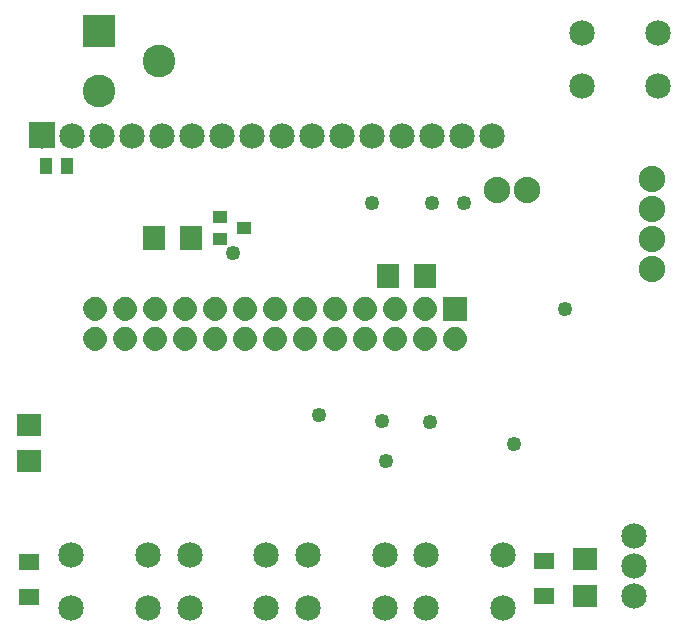
<source format=gts>
G04 MADE WITH FRITZING*
G04 WWW.FRITZING.ORG*
G04 DOUBLE SIDED*
G04 HOLES PLATED*
G04 CONTOUR ON CENTER OF CONTOUR VECTOR*
%ASAXBY*%
%FSLAX23Y23*%
%MOIN*%
%OFA0B0*%
%SFA1.0B1.0*%
%ADD10C,0.085000*%
%ADD11C,0.049370*%
%ADD12C,0.109000*%
%ADD13C,0.088000*%
%ADD14R,0.085000X0.085000*%
%ADD15R,0.084803X0.072992*%
%ADD16R,0.072992X0.084803*%
%ADD17R,0.045433X0.041496*%
%ADD18R,0.041496X0.057244*%
%ADD19R,0.065118X0.057244*%
%ADD20R,0.109000X0.109000*%
%ADD21R,0.080000X0.080000*%
%ADD22R,0.001000X0.001000*%
%LNMASK1*%
G90*
G70*
G54D10*
X100Y1631D03*
X200Y1631D03*
X300Y1631D03*
X400Y1631D03*
X500Y1631D03*
X600Y1631D03*
X700Y1631D03*
X800Y1631D03*
X900Y1631D03*
X1000Y1631D03*
X1100Y1631D03*
X1200Y1631D03*
X1300Y1631D03*
X1400Y1631D03*
X1500Y1631D03*
X1600Y1631D03*
G54D11*
X1675Y604D03*
X1399Y1407D03*
X1506Y1407D03*
X1844Y1053D03*
X1025Y698D03*
X738Y1238D03*
X1199Y1406D03*
X1246Y545D03*
G54D10*
X1380Y234D03*
X1636Y234D03*
X1380Y57D03*
X1636Y57D03*
X198Y233D03*
X453Y233D03*
X198Y56D03*
X453Y56D03*
G54D12*
X289Y1778D03*
X289Y1978D03*
X489Y1878D03*
G54D10*
X592Y234D03*
X848Y234D03*
X592Y57D03*
X848Y57D03*
X986Y234D03*
X1242Y234D03*
X986Y57D03*
X1242Y57D03*
X2155Y1797D03*
X1899Y1797D03*
X2155Y1974D03*
X1899Y1974D03*
G54D13*
X1616Y1450D03*
X1716Y1450D03*
X1616Y1450D03*
X1716Y1450D03*
G54D11*
X1233Y678D03*
X1395Y676D03*
G54D13*
X2132Y1486D03*
X2132Y1386D03*
X2132Y1286D03*
X2132Y1186D03*
G54D10*
X2073Y95D03*
X2073Y195D03*
X2073Y295D03*
G54D14*
X100Y1632D03*
G54D15*
X57Y667D03*
X57Y545D03*
X1911Y218D03*
X1911Y96D03*
G54D16*
X474Y1289D03*
X596Y1289D03*
G54D17*
X695Y1360D03*
X695Y1285D03*
X773Y1322D03*
G54D16*
X1376Y1163D03*
X1254Y1163D03*
G54D18*
X183Y1529D03*
X112Y1529D03*
G54D19*
X57Y210D03*
X57Y92D03*
X1773Y96D03*
X1773Y214D03*
G54D20*
X289Y1978D03*
G54D21*
X1477Y1053D03*
G54D22*
X272Y1093D02*
X282Y1093D01*
X372Y1093D02*
X382Y1093D01*
X471Y1093D02*
X482Y1093D01*
X571Y1093D02*
X582Y1093D01*
X671Y1093D02*
X682Y1093D01*
X771Y1093D02*
X782Y1093D01*
X871Y1093D02*
X882Y1093D01*
X971Y1093D02*
X982Y1093D01*
X1071Y1093D02*
X1082Y1093D01*
X1171Y1093D02*
X1182Y1093D01*
X1271Y1093D02*
X1282Y1093D01*
X1371Y1093D02*
X1382Y1093D01*
X1471Y1093D02*
X1482Y1093D01*
X267Y1092D02*
X286Y1092D01*
X367Y1092D02*
X386Y1092D01*
X467Y1092D02*
X486Y1092D01*
X567Y1092D02*
X586Y1092D01*
X667Y1092D02*
X686Y1092D01*
X767Y1092D02*
X786Y1092D01*
X867Y1092D02*
X886Y1092D01*
X967Y1092D02*
X986Y1092D01*
X1067Y1092D02*
X1086Y1092D01*
X1167Y1092D02*
X1186Y1092D01*
X1267Y1092D02*
X1286Y1092D01*
X1367Y1092D02*
X1386Y1092D01*
X1467Y1092D02*
X1486Y1092D01*
X265Y1091D02*
X289Y1091D01*
X365Y1091D02*
X389Y1091D01*
X465Y1091D02*
X489Y1091D01*
X565Y1091D02*
X589Y1091D01*
X665Y1091D02*
X689Y1091D01*
X765Y1091D02*
X789Y1091D01*
X865Y1091D02*
X889Y1091D01*
X965Y1091D02*
X989Y1091D01*
X1064Y1091D02*
X1089Y1091D01*
X1164Y1091D02*
X1189Y1091D01*
X1264Y1091D02*
X1289Y1091D01*
X1364Y1091D02*
X1389Y1091D01*
X1464Y1091D02*
X1489Y1091D01*
X262Y1090D02*
X291Y1090D01*
X362Y1090D02*
X391Y1090D01*
X462Y1090D02*
X491Y1090D01*
X562Y1090D02*
X591Y1090D01*
X662Y1090D02*
X691Y1090D01*
X762Y1090D02*
X791Y1090D01*
X862Y1090D02*
X891Y1090D01*
X962Y1090D02*
X991Y1090D01*
X1062Y1090D02*
X1091Y1090D01*
X1162Y1090D02*
X1191Y1090D01*
X1262Y1090D02*
X1291Y1090D01*
X1362Y1090D02*
X1391Y1090D01*
X1462Y1090D02*
X1491Y1090D01*
X260Y1089D02*
X293Y1089D01*
X360Y1089D02*
X393Y1089D01*
X460Y1089D02*
X493Y1089D01*
X560Y1089D02*
X593Y1089D01*
X660Y1089D02*
X693Y1089D01*
X760Y1089D02*
X793Y1089D01*
X860Y1089D02*
X893Y1089D01*
X960Y1089D02*
X993Y1089D01*
X1060Y1089D02*
X1093Y1089D01*
X1160Y1089D02*
X1193Y1089D01*
X1260Y1089D02*
X1293Y1089D01*
X1360Y1089D02*
X1393Y1089D01*
X1460Y1089D02*
X1493Y1089D01*
X259Y1088D02*
X295Y1088D01*
X359Y1088D02*
X395Y1088D01*
X459Y1088D02*
X495Y1088D01*
X559Y1088D02*
X595Y1088D01*
X659Y1088D02*
X695Y1088D01*
X758Y1088D02*
X795Y1088D01*
X858Y1088D02*
X895Y1088D01*
X958Y1088D02*
X995Y1088D01*
X1058Y1088D02*
X1095Y1088D01*
X1158Y1088D02*
X1195Y1088D01*
X1258Y1088D02*
X1295Y1088D01*
X1358Y1088D02*
X1395Y1088D01*
X1458Y1088D02*
X1495Y1088D01*
X257Y1087D02*
X297Y1087D01*
X357Y1087D02*
X396Y1087D01*
X457Y1087D02*
X496Y1087D01*
X557Y1087D02*
X596Y1087D01*
X657Y1087D02*
X696Y1087D01*
X757Y1087D02*
X796Y1087D01*
X857Y1087D02*
X896Y1087D01*
X957Y1087D02*
X996Y1087D01*
X1057Y1087D02*
X1096Y1087D01*
X1157Y1087D02*
X1196Y1087D01*
X1257Y1087D02*
X1296Y1087D01*
X1357Y1087D02*
X1396Y1087D01*
X1457Y1087D02*
X1496Y1087D01*
X256Y1086D02*
X298Y1086D01*
X356Y1086D02*
X398Y1086D01*
X456Y1086D02*
X498Y1086D01*
X556Y1086D02*
X598Y1086D01*
X655Y1086D02*
X698Y1086D01*
X755Y1086D02*
X798Y1086D01*
X855Y1086D02*
X898Y1086D01*
X955Y1086D02*
X998Y1086D01*
X1055Y1086D02*
X1098Y1086D01*
X1155Y1086D02*
X1198Y1086D01*
X1255Y1086D02*
X1298Y1086D01*
X1355Y1086D02*
X1398Y1086D01*
X1455Y1086D02*
X1498Y1086D01*
X254Y1085D02*
X299Y1085D01*
X354Y1085D02*
X399Y1085D01*
X454Y1085D02*
X499Y1085D01*
X554Y1085D02*
X599Y1085D01*
X654Y1085D02*
X699Y1085D01*
X754Y1085D02*
X799Y1085D01*
X854Y1085D02*
X899Y1085D01*
X954Y1085D02*
X999Y1085D01*
X1054Y1085D02*
X1099Y1085D01*
X1154Y1085D02*
X1199Y1085D01*
X1254Y1085D02*
X1299Y1085D01*
X1354Y1085D02*
X1399Y1085D01*
X1454Y1085D02*
X1499Y1085D01*
X253Y1084D02*
X301Y1084D01*
X353Y1084D02*
X401Y1084D01*
X453Y1084D02*
X501Y1084D01*
X553Y1084D02*
X601Y1084D01*
X653Y1084D02*
X700Y1084D01*
X753Y1084D02*
X800Y1084D01*
X853Y1084D02*
X900Y1084D01*
X953Y1084D02*
X1000Y1084D01*
X1053Y1084D02*
X1100Y1084D01*
X1153Y1084D02*
X1200Y1084D01*
X1253Y1084D02*
X1300Y1084D01*
X1353Y1084D02*
X1400Y1084D01*
X1453Y1084D02*
X1500Y1084D01*
X252Y1083D02*
X302Y1083D01*
X352Y1083D02*
X402Y1083D01*
X452Y1083D02*
X502Y1083D01*
X552Y1083D02*
X602Y1083D01*
X652Y1083D02*
X702Y1083D01*
X752Y1083D02*
X802Y1083D01*
X852Y1083D02*
X902Y1083D01*
X952Y1083D02*
X1002Y1083D01*
X1052Y1083D02*
X1102Y1083D01*
X1152Y1083D02*
X1202Y1083D01*
X1252Y1083D02*
X1302Y1083D01*
X1352Y1083D02*
X1401Y1083D01*
X1452Y1083D02*
X1501Y1083D01*
X251Y1082D02*
X303Y1082D01*
X351Y1082D02*
X403Y1082D01*
X451Y1082D02*
X503Y1082D01*
X551Y1082D02*
X603Y1082D01*
X651Y1082D02*
X703Y1082D01*
X751Y1082D02*
X803Y1082D01*
X851Y1082D02*
X903Y1082D01*
X951Y1082D02*
X1003Y1082D01*
X1051Y1082D02*
X1103Y1082D01*
X1151Y1082D02*
X1203Y1082D01*
X1251Y1082D02*
X1303Y1082D01*
X1351Y1082D02*
X1403Y1082D01*
X1451Y1082D02*
X1503Y1082D01*
X250Y1081D02*
X304Y1081D01*
X350Y1081D02*
X404Y1081D01*
X450Y1081D02*
X504Y1081D01*
X550Y1081D02*
X604Y1081D01*
X650Y1081D02*
X704Y1081D01*
X750Y1081D02*
X804Y1081D01*
X850Y1081D02*
X904Y1081D01*
X950Y1081D02*
X1004Y1081D01*
X1050Y1081D02*
X1104Y1081D01*
X1150Y1081D02*
X1204Y1081D01*
X1250Y1081D02*
X1304Y1081D01*
X1349Y1081D02*
X1404Y1081D01*
X1449Y1081D02*
X1504Y1081D01*
X249Y1080D02*
X305Y1080D01*
X349Y1080D02*
X405Y1080D01*
X449Y1080D02*
X505Y1080D01*
X549Y1080D02*
X605Y1080D01*
X649Y1080D02*
X705Y1080D01*
X749Y1080D02*
X805Y1080D01*
X849Y1080D02*
X905Y1080D01*
X949Y1080D02*
X1005Y1080D01*
X1049Y1080D02*
X1105Y1080D01*
X1149Y1080D02*
X1205Y1080D01*
X1249Y1080D02*
X1305Y1080D01*
X1349Y1080D02*
X1405Y1080D01*
X1449Y1080D02*
X1505Y1080D01*
X248Y1079D02*
X306Y1079D01*
X348Y1079D02*
X406Y1079D01*
X448Y1079D02*
X506Y1079D01*
X548Y1079D02*
X606Y1079D01*
X648Y1079D02*
X706Y1079D01*
X748Y1079D02*
X806Y1079D01*
X848Y1079D02*
X906Y1079D01*
X948Y1079D02*
X1006Y1079D01*
X1048Y1079D02*
X1106Y1079D01*
X1148Y1079D02*
X1206Y1079D01*
X1248Y1079D02*
X1306Y1079D01*
X1348Y1079D02*
X1405Y1079D01*
X1448Y1079D02*
X1505Y1079D01*
X247Y1078D02*
X307Y1078D01*
X347Y1078D02*
X407Y1078D01*
X447Y1078D02*
X507Y1078D01*
X547Y1078D02*
X607Y1078D01*
X647Y1078D02*
X707Y1078D01*
X747Y1078D02*
X807Y1078D01*
X847Y1078D02*
X906Y1078D01*
X947Y1078D02*
X1006Y1078D01*
X1047Y1078D02*
X1106Y1078D01*
X1147Y1078D02*
X1206Y1078D01*
X1247Y1078D02*
X1306Y1078D01*
X1347Y1078D02*
X1406Y1078D01*
X1447Y1078D02*
X1506Y1078D01*
X246Y1077D02*
X307Y1077D01*
X346Y1077D02*
X407Y1077D01*
X446Y1077D02*
X507Y1077D01*
X546Y1077D02*
X607Y1077D01*
X646Y1077D02*
X707Y1077D01*
X746Y1077D02*
X807Y1077D01*
X846Y1077D02*
X907Y1077D01*
X946Y1077D02*
X1007Y1077D01*
X1046Y1077D02*
X1107Y1077D01*
X1146Y1077D02*
X1207Y1077D01*
X1246Y1077D02*
X1307Y1077D01*
X1346Y1077D02*
X1407Y1077D01*
X1446Y1077D02*
X1507Y1077D01*
X245Y1076D02*
X308Y1076D01*
X345Y1076D02*
X408Y1076D01*
X445Y1076D02*
X508Y1076D01*
X545Y1076D02*
X608Y1076D01*
X645Y1076D02*
X708Y1076D01*
X745Y1076D02*
X808Y1076D01*
X845Y1076D02*
X908Y1076D01*
X945Y1076D02*
X1008Y1076D01*
X1045Y1076D02*
X1108Y1076D01*
X1145Y1076D02*
X1208Y1076D01*
X1245Y1076D02*
X1308Y1076D01*
X1345Y1076D02*
X1408Y1076D01*
X1445Y1076D02*
X1508Y1076D01*
X245Y1075D02*
X309Y1075D01*
X345Y1075D02*
X409Y1075D01*
X445Y1075D02*
X509Y1075D01*
X545Y1075D02*
X609Y1075D01*
X645Y1075D02*
X709Y1075D01*
X745Y1075D02*
X809Y1075D01*
X845Y1075D02*
X909Y1075D01*
X944Y1075D02*
X1009Y1075D01*
X1044Y1075D02*
X1109Y1075D01*
X1144Y1075D02*
X1209Y1075D01*
X1244Y1075D02*
X1309Y1075D01*
X1344Y1075D02*
X1409Y1075D01*
X1444Y1075D02*
X1509Y1075D01*
X244Y1074D02*
X310Y1074D01*
X344Y1074D02*
X410Y1074D01*
X444Y1074D02*
X510Y1074D01*
X544Y1074D02*
X610Y1074D01*
X644Y1074D02*
X709Y1074D01*
X744Y1074D02*
X809Y1074D01*
X844Y1074D02*
X909Y1074D01*
X944Y1074D02*
X1009Y1074D01*
X1044Y1074D02*
X1109Y1074D01*
X1144Y1074D02*
X1209Y1074D01*
X1244Y1074D02*
X1309Y1074D01*
X1344Y1074D02*
X1409Y1074D01*
X1444Y1074D02*
X1509Y1074D01*
X243Y1073D02*
X310Y1073D01*
X343Y1073D02*
X410Y1073D01*
X443Y1073D02*
X510Y1073D01*
X543Y1073D02*
X610Y1073D01*
X643Y1073D02*
X710Y1073D01*
X743Y1073D02*
X810Y1073D01*
X843Y1073D02*
X910Y1073D01*
X943Y1073D02*
X1010Y1073D01*
X1043Y1073D02*
X1110Y1073D01*
X1143Y1073D02*
X1210Y1073D01*
X1243Y1073D02*
X1310Y1073D01*
X1343Y1073D02*
X1410Y1073D01*
X1443Y1073D02*
X1510Y1073D01*
X243Y1072D02*
X311Y1072D01*
X343Y1072D02*
X411Y1072D01*
X443Y1072D02*
X511Y1072D01*
X543Y1072D02*
X611Y1072D01*
X643Y1072D02*
X711Y1072D01*
X743Y1072D02*
X811Y1072D01*
X843Y1072D02*
X911Y1072D01*
X943Y1072D02*
X1011Y1072D01*
X1043Y1072D02*
X1111Y1072D01*
X1143Y1072D02*
X1211Y1072D01*
X1242Y1072D02*
X1311Y1072D01*
X1342Y1072D02*
X1411Y1072D01*
X1442Y1072D02*
X1511Y1072D01*
X242Y1071D02*
X311Y1071D01*
X342Y1071D02*
X411Y1071D01*
X442Y1071D02*
X511Y1071D01*
X542Y1071D02*
X611Y1071D01*
X642Y1071D02*
X711Y1071D01*
X742Y1071D02*
X811Y1071D01*
X842Y1071D02*
X911Y1071D01*
X942Y1071D02*
X1011Y1071D01*
X1042Y1071D02*
X1111Y1071D01*
X1142Y1071D02*
X1211Y1071D01*
X1242Y1071D02*
X1311Y1071D01*
X1342Y1071D02*
X1411Y1071D01*
X1442Y1071D02*
X1511Y1071D01*
X242Y1070D02*
X312Y1070D01*
X342Y1070D02*
X412Y1070D01*
X442Y1070D02*
X512Y1070D01*
X542Y1070D02*
X612Y1070D01*
X642Y1070D02*
X712Y1070D01*
X742Y1070D02*
X812Y1070D01*
X841Y1070D02*
X912Y1070D01*
X941Y1070D02*
X1012Y1070D01*
X1041Y1070D02*
X1112Y1070D01*
X1141Y1070D02*
X1212Y1070D01*
X1241Y1070D02*
X1312Y1070D01*
X1341Y1070D02*
X1412Y1070D01*
X1441Y1070D02*
X1512Y1070D01*
X241Y1069D02*
X312Y1069D01*
X341Y1069D02*
X412Y1069D01*
X441Y1069D02*
X512Y1069D01*
X541Y1069D02*
X612Y1069D01*
X641Y1069D02*
X712Y1069D01*
X741Y1069D02*
X812Y1069D01*
X841Y1069D02*
X912Y1069D01*
X941Y1069D02*
X1012Y1069D01*
X1041Y1069D02*
X1112Y1069D01*
X1141Y1069D02*
X1212Y1069D01*
X1241Y1069D02*
X1312Y1069D01*
X1341Y1069D02*
X1412Y1069D01*
X1441Y1069D02*
X1512Y1069D01*
X241Y1068D02*
X313Y1068D01*
X341Y1068D02*
X413Y1068D01*
X441Y1068D02*
X513Y1068D01*
X541Y1068D02*
X613Y1068D01*
X641Y1068D02*
X713Y1068D01*
X741Y1068D02*
X813Y1068D01*
X840Y1068D02*
X913Y1068D01*
X940Y1068D02*
X1013Y1068D01*
X1040Y1068D02*
X1113Y1068D01*
X1140Y1068D02*
X1213Y1068D01*
X1240Y1068D02*
X1313Y1068D01*
X1340Y1068D02*
X1413Y1068D01*
X1440Y1068D02*
X1513Y1068D01*
X240Y1067D02*
X313Y1067D01*
X340Y1067D02*
X413Y1067D01*
X440Y1067D02*
X513Y1067D01*
X540Y1067D02*
X613Y1067D01*
X640Y1067D02*
X713Y1067D01*
X740Y1067D02*
X813Y1067D01*
X840Y1067D02*
X913Y1067D01*
X940Y1067D02*
X1013Y1067D01*
X1040Y1067D02*
X1113Y1067D01*
X1140Y1067D02*
X1213Y1067D01*
X1240Y1067D02*
X1313Y1067D01*
X1340Y1067D02*
X1413Y1067D01*
X1440Y1067D02*
X1513Y1067D01*
X240Y1066D02*
X314Y1066D01*
X340Y1066D02*
X414Y1066D01*
X440Y1066D02*
X514Y1066D01*
X540Y1066D02*
X614Y1066D01*
X640Y1066D02*
X714Y1066D01*
X740Y1066D02*
X814Y1066D01*
X840Y1066D02*
X914Y1066D01*
X940Y1066D02*
X1014Y1066D01*
X1040Y1066D02*
X1114Y1066D01*
X1140Y1066D02*
X1214Y1066D01*
X1240Y1066D02*
X1314Y1066D01*
X1340Y1066D02*
X1414Y1066D01*
X1440Y1066D02*
X1514Y1066D01*
X239Y1065D02*
X314Y1065D01*
X339Y1065D02*
X414Y1065D01*
X439Y1065D02*
X514Y1065D01*
X539Y1065D02*
X614Y1065D01*
X639Y1065D02*
X714Y1065D01*
X739Y1065D02*
X814Y1065D01*
X839Y1065D02*
X914Y1065D01*
X939Y1065D02*
X1014Y1065D01*
X1039Y1065D02*
X1114Y1065D01*
X1139Y1065D02*
X1214Y1065D01*
X1239Y1065D02*
X1314Y1065D01*
X1339Y1065D02*
X1414Y1065D01*
X1439Y1065D02*
X1514Y1065D01*
X239Y1064D02*
X315Y1064D01*
X339Y1064D02*
X414Y1064D01*
X439Y1064D02*
X514Y1064D01*
X539Y1064D02*
X614Y1064D01*
X639Y1064D02*
X714Y1064D01*
X739Y1064D02*
X814Y1064D01*
X839Y1064D02*
X914Y1064D01*
X939Y1064D02*
X1014Y1064D01*
X1039Y1064D02*
X1114Y1064D01*
X1139Y1064D02*
X1214Y1064D01*
X1239Y1064D02*
X1314Y1064D01*
X1339Y1064D02*
X1414Y1064D01*
X1439Y1064D02*
X1514Y1064D01*
X239Y1063D02*
X315Y1063D01*
X339Y1063D02*
X415Y1063D01*
X439Y1063D02*
X515Y1063D01*
X539Y1063D02*
X615Y1063D01*
X639Y1063D02*
X715Y1063D01*
X739Y1063D02*
X815Y1063D01*
X839Y1063D02*
X915Y1063D01*
X939Y1063D02*
X1015Y1063D01*
X1039Y1063D02*
X1115Y1063D01*
X1139Y1063D02*
X1215Y1063D01*
X1239Y1063D02*
X1315Y1063D01*
X1339Y1063D02*
X1415Y1063D01*
X1439Y1063D02*
X1515Y1063D01*
X238Y1062D02*
X315Y1062D01*
X338Y1062D02*
X415Y1062D01*
X438Y1062D02*
X515Y1062D01*
X538Y1062D02*
X615Y1062D01*
X638Y1062D02*
X715Y1062D01*
X738Y1062D02*
X815Y1062D01*
X838Y1062D02*
X915Y1062D01*
X938Y1062D02*
X1015Y1062D01*
X1038Y1062D02*
X1115Y1062D01*
X1138Y1062D02*
X1215Y1062D01*
X1238Y1062D02*
X1315Y1062D01*
X1338Y1062D02*
X1415Y1062D01*
X1438Y1062D02*
X1515Y1062D01*
X238Y1061D02*
X315Y1061D01*
X338Y1061D02*
X415Y1061D01*
X438Y1061D02*
X515Y1061D01*
X538Y1061D02*
X615Y1061D01*
X638Y1061D02*
X715Y1061D01*
X738Y1061D02*
X815Y1061D01*
X838Y1061D02*
X915Y1061D01*
X938Y1061D02*
X1015Y1061D01*
X1038Y1061D02*
X1115Y1061D01*
X1138Y1061D02*
X1215Y1061D01*
X1238Y1061D02*
X1315Y1061D01*
X1338Y1061D02*
X1415Y1061D01*
X1438Y1061D02*
X1515Y1061D01*
X238Y1060D02*
X316Y1060D01*
X338Y1060D02*
X416Y1060D01*
X438Y1060D02*
X516Y1060D01*
X538Y1060D02*
X616Y1060D01*
X638Y1060D02*
X715Y1060D01*
X738Y1060D02*
X815Y1060D01*
X838Y1060D02*
X915Y1060D01*
X938Y1060D02*
X1015Y1060D01*
X1038Y1060D02*
X1115Y1060D01*
X1138Y1060D02*
X1215Y1060D01*
X1238Y1060D02*
X1315Y1060D01*
X1338Y1060D02*
X1415Y1060D01*
X1438Y1060D02*
X1515Y1060D01*
X238Y1059D02*
X316Y1059D01*
X338Y1059D02*
X416Y1059D01*
X438Y1059D02*
X516Y1059D01*
X538Y1059D02*
X616Y1059D01*
X638Y1059D02*
X716Y1059D01*
X738Y1059D02*
X816Y1059D01*
X838Y1059D02*
X916Y1059D01*
X938Y1059D02*
X1016Y1059D01*
X1038Y1059D02*
X1116Y1059D01*
X1138Y1059D02*
X1216Y1059D01*
X1238Y1059D02*
X1316Y1059D01*
X1338Y1059D02*
X1416Y1059D01*
X1438Y1059D02*
X1515Y1059D01*
X238Y1058D02*
X316Y1058D01*
X338Y1058D02*
X416Y1058D01*
X438Y1058D02*
X516Y1058D01*
X538Y1058D02*
X616Y1058D01*
X638Y1058D02*
X716Y1058D01*
X738Y1058D02*
X816Y1058D01*
X838Y1058D02*
X916Y1058D01*
X937Y1058D02*
X1016Y1058D01*
X1037Y1058D02*
X1116Y1058D01*
X1137Y1058D02*
X1216Y1058D01*
X1237Y1058D02*
X1316Y1058D01*
X1337Y1058D02*
X1416Y1058D01*
X1437Y1058D02*
X1516Y1058D01*
X237Y1057D02*
X316Y1057D01*
X337Y1057D02*
X416Y1057D01*
X437Y1057D02*
X516Y1057D01*
X537Y1057D02*
X616Y1057D01*
X637Y1057D02*
X716Y1057D01*
X737Y1057D02*
X816Y1057D01*
X837Y1057D02*
X916Y1057D01*
X937Y1057D02*
X1016Y1057D01*
X1037Y1057D02*
X1116Y1057D01*
X1137Y1057D02*
X1216Y1057D01*
X1237Y1057D02*
X1316Y1057D01*
X1337Y1057D02*
X1416Y1057D01*
X1437Y1057D02*
X1516Y1057D01*
X237Y1056D02*
X316Y1056D01*
X337Y1056D02*
X416Y1056D01*
X437Y1056D02*
X516Y1056D01*
X537Y1056D02*
X616Y1056D01*
X637Y1056D02*
X716Y1056D01*
X737Y1056D02*
X816Y1056D01*
X837Y1056D02*
X916Y1056D01*
X937Y1056D02*
X1016Y1056D01*
X1037Y1056D02*
X1116Y1056D01*
X1137Y1056D02*
X1216Y1056D01*
X1237Y1056D02*
X1316Y1056D01*
X1337Y1056D02*
X1416Y1056D01*
X1437Y1056D02*
X1516Y1056D01*
X237Y1055D02*
X316Y1055D01*
X337Y1055D02*
X416Y1055D01*
X437Y1055D02*
X516Y1055D01*
X537Y1055D02*
X616Y1055D01*
X637Y1055D02*
X716Y1055D01*
X737Y1055D02*
X816Y1055D01*
X837Y1055D02*
X916Y1055D01*
X937Y1055D02*
X1016Y1055D01*
X1037Y1055D02*
X1116Y1055D01*
X1137Y1055D02*
X1216Y1055D01*
X1237Y1055D02*
X1316Y1055D01*
X1337Y1055D02*
X1416Y1055D01*
X1437Y1055D02*
X1516Y1055D01*
X237Y1054D02*
X316Y1054D01*
X337Y1054D02*
X416Y1054D01*
X437Y1054D02*
X516Y1054D01*
X537Y1054D02*
X616Y1054D01*
X637Y1054D02*
X716Y1054D01*
X737Y1054D02*
X816Y1054D01*
X837Y1054D02*
X916Y1054D01*
X937Y1054D02*
X1016Y1054D01*
X1037Y1054D02*
X1116Y1054D01*
X1137Y1054D02*
X1216Y1054D01*
X1237Y1054D02*
X1316Y1054D01*
X1337Y1054D02*
X1416Y1054D01*
X1437Y1054D02*
X1516Y1054D01*
X237Y1053D02*
X316Y1053D01*
X337Y1053D02*
X416Y1053D01*
X437Y1053D02*
X516Y1053D01*
X537Y1053D02*
X616Y1053D01*
X637Y1053D02*
X716Y1053D01*
X737Y1053D02*
X816Y1053D01*
X837Y1053D02*
X916Y1053D01*
X937Y1053D02*
X1016Y1053D01*
X1037Y1053D02*
X1116Y1053D01*
X1137Y1053D02*
X1216Y1053D01*
X1237Y1053D02*
X1316Y1053D01*
X1337Y1053D02*
X1416Y1053D01*
X1437Y1053D02*
X1516Y1053D01*
X237Y1052D02*
X316Y1052D01*
X337Y1052D02*
X416Y1052D01*
X437Y1052D02*
X516Y1052D01*
X537Y1052D02*
X616Y1052D01*
X637Y1052D02*
X716Y1052D01*
X737Y1052D02*
X816Y1052D01*
X837Y1052D02*
X916Y1052D01*
X937Y1052D02*
X1016Y1052D01*
X1037Y1052D02*
X1116Y1052D01*
X1137Y1052D02*
X1216Y1052D01*
X1237Y1052D02*
X1316Y1052D01*
X1337Y1052D02*
X1416Y1052D01*
X1437Y1052D02*
X1516Y1052D01*
X237Y1051D02*
X316Y1051D01*
X337Y1051D02*
X416Y1051D01*
X437Y1051D02*
X516Y1051D01*
X537Y1051D02*
X616Y1051D01*
X637Y1051D02*
X716Y1051D01*
X737Y1051D02*
X816Y1051D01*
X837Y1051D02*
X916Y1051D01*
X937Y1051D02*
X1016Y1051D01*
X1037Y1051D02*
X1116Y1051D01*
X1137Y1051D02*
X1216Y1051D01*
X1237Y1051D02*
X1316Y1051D01*
X1337Y1051D02*
X1416Y1051D01*
X1437Y1051D02*
X1516Y1051D01*
X238Y1050D02*
X316Y1050D01*
X337Y1050D02*
X416Y1050D01*
X437Y1050D02*
X516Y1050D01*
X537Y1050D02*
X616Y1050D01*
X637Y1050D02*
X716Y1050D01*
X737Y1050D02*
X816Y1050D01*
X837Y1050D02*
X916Y1050D01*
X937Y1050D02*
X1016Y1050D01*
X1037Y1050D02*
X1116Y1050D01*
X1137Y1050D02*
X1216Y1050D01*
X1237Y1050D02*
X1316Y1050D01*
X1337Y1050D02*
X1416Y1050D01*
X1437Y1050D02*
X1516Y1050D01*
X238Y1049D02*
X316Y1049D01*
X338Y1049D02*
X416Y1049D01*
X438Y1049D02*
X516Y1049D01*
X538Y1049D02*
X616Y1049D01*
X638Y1049D02*
X716Y1049D01*
X738Y1049D02*
X816Y1049D01*
X838Y1049D02*
X916Y1049D01*
X938Y1049D02*
X1016Y1049D01*
X1038Y1049D02*
X1116Y1049D01*
X1137Y1049D02*
X1216Y1049D01*
X1237Y1049D02*
X1316Y1049D01*
X1337Y1049D02*
X1416Y1049D01*
X1437Y1049D02*
X1516Y1049D01*
X238Y1048D02*
X316Y1048D01*
X338Y1048D02*
X416Y1048D01*
X438Y1048D02*
X516Y1048D01*
X538Y1048D02*
X616Y1048D01*
X638Y1048D02*
X716Y1048D01*
X738Y1048D02*
X816Y1048D01*
X838Y1048D02*
X916Y1048D01*
X938Y1048D02*
X1016Y1048D01*
X1038Y1048D02*
X1116Y1048D01*
X1138Y1048D02*
X1216Y1048D01*
X1238Y1048D02*
X1316Y1048D01*
X1338Y1048D02*
X1415Y1048D01*
X1438Y1048D02*
X1515Y1048D01*
X238Y1047D02*
X316Y1047D01*
X338Y1047D02*
X416Y1047D01*
X438Y1047D02*
X515Y1047D01*
X538Y1047D02*
X615Y1047D01*
X638Y1047D02*
X715Y1047D01*
X738Y1047D02*
X815Y1047D01*
X838Y1047D02*
X915Y1047D01*
X938Y1047D02*
X1015Y1047D01*
X1038Y1047D02*
X1115Y1047D01*
X1138Y1047D02*
X1215Y1047D01*
X1238Y1047D02*
X1315Y1047D01*
X1338Y1047D02*
X1415Y1047D01*
X1438Y1047D02*
X1515Y1047D01*
X238Y1046D02*
X315Y1046D01*
X338Y1046D02*
X415Y1046D01*
X438Y1046D02*
X515Y1046D01*
X538Y1046D02*
X615Y1046D01*
X638Y1046D02*
X715Y1046D01*
X738Y1046D02*
X815Y1046D01*
X838Y1046D02*
X915Y1046D01*
X938Y1046D02*
X1015Y1046D01*
X1038Y1046D02*
X1115Y1046D01*
X1138Y1046D02*
X1215Y1046D01*
X1238Y1046D02*
X1315Y1046D01*
X1338Y1046D02*
X1415Y1046D01*
X1438Y1046D02*
X1515Y1046D01*
X239Y1045D02*
X315Y1045D01*
X339Y1045D02*
X415Y1045D01*
X438Y1045D02*
X515Y1045D01*
X538Y1045D02*
X615Y1045D01*
X638Y1045D02*
X715Y1045D01*
X738Y1045D02*
X815Y1045D01*
X838Y1045D02*
X915Y1045D01*
X938Y1045D02*
X1015Y1045D01*
X1038Y1045D02*
X1115Y1045D01*
X1138Y1045D02*
X1215Y1045D01*
X1238Y1045D02*
X1315Y1045D01*
X1338Y1045D02*
X1415Y1045D01*
X1438Y1045D02*
X1515Y1045D01*
X239Y1044D02*
X315Y1044D01*
X339Y1044D02*
X415Y1044D01*
X439Y1044D02*
X515Y1044D01*
X539Y1044D02*
X615Y1044D01*
X639Y1044D02*
X715Y1044D01*
X739Y1044D02*
X815Y1044D01*
X839Y1044D02*
X915Y1044D01*
X939Y1044D02*
X1015Y1044D01*
X1039Y1044D02*
X1115Y1044D01*
X1139Y1044D02*
X1215Y1044D01*
X1239Y1044D02*
X1315Y1044D01*
X1339Y1044D02*
X1415Y1044D01*
X1439Y1044D02*
X1514Y1044D01*
X239Y1043D02*
X314Y1043D01*
X339Y1043D02*
X414Y1043D01*
X439Y1043D02*
X514Y1043D01*
X539Y1043D02*
X614Y1043D01*
X639Y1043D02*
X714Y1043D01*
X739Y1043D02*
X814Y1043D01*
X839Y1043D02*
X914Y1043D01*
X939Y1043D02*
X1014Y1043D01*
X1039Y1043D02*
X1114Y1043D01*
X1139Y1043D02*
X1214Y1043D01*
X1239Y1043D02*
X1314Y1043D01*
X1339Y1043D02*
X1414Y1043D01*
X1439Y1043D02*
X1514Y1043D01*
X239Y1042D02*
X314Y1042D01*
X339Y1042D02*
X414Y1042D01*
X439Y1042D02*
X514Y1042D01*
X539Y1042D02*
X614Y1042D01*
X639Y1042D02*
X714Y1042D01*
X739Y1042D02*
X814Y1042D01*
X839Y1042D02*
X914Y1042D01*
X939Y1042D02*
X1014Y1042D01*
X1039Y1042D02*
X1114Y1042D01*
X1139Y1042D02*
X1214Y1042D01*
X1239Y1042D02*
X1314Y1042D01*
X1339Y1042D02*
X1414Y1042D01*
X1439Y1042D02*
X1514Y1042D01*
X240Y1041D02*
X314Y1041D01*
X340Y1041D02*
X414Y1041D01*
X440Y1041D02*
X514Y1041D01*
X540Y1041D02*
X614Y1041D01*
X640Y1041D02*
X714Y1041D01*
X740Y1041D02*
X814Y1041D01*
X840Y1041D02*
X914Y1041D01*
X940Y1041D02*
X1014Y1041D01*
X1040Y1041D02*
X1114Y1041D01*
X1140Y1041D02*
X1214Y1041D01*
X1240Y1041D02*
X1313Y1041D01*
X1340Y1041D02*
X1413Y1041D01*
X1440Y1041D02*
X1513Y1041D01*
X240Y1040D02*
X313Y1040D01*
X340Y1040D02*
X413Y1040D01*
X440Y1040D02*
X513Y1040D01*
X540Y1040D02*
X613Y1040D01*
X640Y1040D02*
X713Y1040D01*
X740Y1040D02*
X813Y1040D01*
X840Y1040D02*
X913Y1040D01*
X940Y1040D02*
X1013Y1040D01*
X1040Y1040D02*
X1113Y1040D01*
X1140Y1040D02*
X1213Y1040D01*
X1240Y1040D02*
X1313Y1040D01*
X1340Y1040D02*
X1413Y1040D01*
X1440Y1040D02*
X1513Y1040D01*
X241Y1039D02*
X313Y1039D01*
X341Y1039D02*
X413Y1039D01*
X441Y1039D02*
X513Y1039D01*
X541Y1039D02*
X613Y1039D01*
X641Y1039D02*
X713Y1039D01*
X741Y1039D02*
X813Y1039D01*
X841Y1039D02*
X913Y1039D01*
X941Y1039D02*
X1013Y1039D01*
X1041Y1039D02*
X1113Y1039D01*
X1140Y1039D02*
X1213Y1039D01*
X1240Y1039D02*
X1313Y1039D01*
X1340Y1039D02*
X1413Y1039D01*
X1440Y1039D02*
X1513Y1039D01*
X241Y1038D02*
X312Y1038D01*
X341Y1038D02*
X412Y1038D01*
X441Y1038D02*
X512Y1038D01*
X541Y1038D02*
X612Y1038D01*
X641Y1038D02*
X712Y1038D01*
X741Y1038D02*
X812Y1038D01*
X841Y1038D02*
X912Y1038D01*
X941Y1038D02*
X1012Y1038D01*
X1041Y1038D02*
X1112Y1038D01*
X1141Y1038D02*
X1212Y1038D01*
X1241Y1038D02*
X1312Y1038D01*
X1341Y1038D02*
X1412Y1038D01*
X1441Y1038D02*
X1512Y1038D01*
X242Y1037D02*
X312Y1037D01*
X342Y1037D02*
X412Y1037D01*
X442Y1037D02*
X512Y1037D01*
X542Y1037D02*
X612Y1037D01*
X642Y1037D02*
X712Y1037D01*
X742Y1037D02*
X812Y1037D01*
X842Y1037D02*
X912Y1037D01*
X942Y1037D02*
X1012Y1037D01*
X1042Y1037D02*
X1112Y1037D01*
X1142Y1037D02*
X1212Y1037D01*
X1242Y1037D02*
X1312Y1037D01*
X1341Y1037D02*
X1412Y1037D01*
X1441Y1037D02*
X1512Y1037D01*
X242Y1036D02*
X311Y1036D01*
X342Y1036D02*
X411Y1036D01*
X442Y1036D02*
X511Y1036D01*
X542Y1036D02*
X611Y1036D01*
X642Y1036D02*
X711Y1036D01*
X742Y1036D02*
X811Y1036D01*
X842Y1036D02*
X911Y1036D01*
X942Y1036D02*
X1011Y1036D01*
X1042Y1036D02*
X1111Y1036D01*
X1142Y1036D02*
X1211Y1036D01*
X1242Y1036D02*
X1311Y1036D01*
X1342Y1036D02*
X1411Y1036D01*
X1442Y1036D02*
X1511Y1036D01*
X243Y1035D02*
X311Y1035D01*
X343Y1035D02*
X411Y1035D01*
X443Y1035D02*
X511Y1035D01*
X543Y1035D02*
X611Y1035D01*
X643Y1035D02*
X711Y1035D01*
X743Y1035D02*
X811Y1035D01*
X843Y1035D02*
X911Y1035D01*
X943Y1035D02*
X1011Y1035D01*
X1043Y1035D02*
X1111Y1035D01*
X1143Y1035D02*
X1211Y1035D01*
X1243Y1035D02*
X1311Y1035D01*
X1343Y1035D02*
X1410Y1035D01*
X1443Y1035D02*
X1510Y1035D01*
X243Y1034D02*
X310Y1034D01*
X343Y1034D02*
X410Y1034D01*
X443Y1034D02*
X510Y1034D01*
X543Y1034D02*
X610Y1034D01*
X643Y1034D02*
X710Y1034D01*
X743Y1034D02*
X810Y1034D01*
X843Y1034D02*
X910Y1034D01*
X943Y1034D02*
X1010Y1034D01*
X1043Y1034D02*
X1110Y1034D01*
X1143Y1034D02*
X1210Y1034D01*
X1243Y1034D02*
X1310Y1034D01*
X1343Y1034D02*
X1410Y1034D01*
X1443Y1034D02*
X1510Y1034D01*
X244Y1033D02*
X309Y1033D01*
X344Y1033D02*
X409Y1033D01*
X444Y1033D02*
X509Y1033D01*
X544Y1033D02*
X609Y1033D01*
X644Y1033D02*
X709Y1033D01*
X744Y1033D02*
X809Y1033D01*
X844Y1033D02*
X909Y1033D01*
X944Y1033D02*
X1009Y1033D01*
X1044Y1033D02*
X1109Y1033D01*
X1144Y1033D02*
X1209Y1033D01*
X1244Y1033D02*
X1309Y1033D01*
X1344Y1033D02*
X1409Y1033D01*
X1444Y1033D02*
X1509Y1033D01*
X245Y1032D02*
X309Y1032D01*
X345Y1032D02*
X409Y1032D01*
X445Y1032D02*
X509Y1032D01*
X545Y1032D02*
X609Y1032D01*
X645Y1032D02*
X709Y1032D01*
X745Y1032D02*
X809Y1032D01*
X845Y1032D02*
X909Y1032D01*
X945Y1032D02*
X1009Y1032D01*
X1045Y1032D02*
X1109Y1032D01*
X1145Y1032D02*
X1209Y1032D01*
X1245Y1032D02*
X1309Y1032D01*
X1345Y1032D02*
X1409Y1032D01*
X1445Y1032D02*
X1509Y1032D01*
X246Y1031D02*
X308Y1031D01*
X346Y1031D02*
X408Y1031D01*
X446Y1031D02*
X508Y1031D01*
X546Y1031D02*
X608Y1031D01*
X645Y1031D02*
X708Y1031D01*
X745Y1031D02*
X808Y1031D01*
X845Y1031D02*
X908Y1031D01*
X945Y1031D02*
X1008Y1031D01*
X1045Y1031D02*
X1108Y1031D01*
X1145Y1031D02*
X1208Y1031D01*
X1245Y1031D02*
X1308Y1031D01*
X1345Y1031D02*
X1408Y1031D01*
X1445Y1031D02*
X1508Y1031D01*
X246Y1030D02*
X307Y1030D01*
X346Y1030D02*
X407Y1030D01*
X446Y1030D02*
X507Y1030D01*
X546Y1030D02*
X607Y1030D01*
X646Y1030D02*
X707Y1030D01*
X746Y1030D02*
X807Y1030D01*
X846Y1030D02*
X907Y1030D01*
X946Y1030D02*
X1007Y1030D01*
X1046Y1030D02*
X1107Y1030D01*
X1146Y1030D02*
X1207Y1030D01*
X1246Y1030D02*
X1307Y1030D01*
X1346Y1030D02*
X1407Y1030D01*
X1446Y1030D02*
X1507Y1030D01*
X247Y1029D02*
X306Y1029D01*
X347Y1029D02*
X406Y1029D01*
X447Y1029D02*
X506Y1029D01*
X547Y1029D02*
X606Y1029D01*
X647Y1029D02*
X706Y1029D01*
X747Y1029D02*
X806Y1029D01*
X847Y1029D02*
X906Y1029D01*
X947Y1029D02*
X1006Y1029D01*
X1047Y1029D02*
X1106Y1029D01*
X1147Y1029D02*
X1206Y1029D01*
X1247Y1029D02*
X1306Y1029D01*
X1347Y1029D02*
X1406Y1029D01*
X1447Y1029D02*
X1506Y1029D01*
X248Y1028D02*
X306Y1028D01*
X348Y1028D02*
X406Y1028D01*
X448Y1028D02*
X505Y1028D01*
X548Y1028D02*
X605Y1028D01*
X648Y1028D02*
X705Y1028D01*
X748Y1028D02*
X805Y1028D01*
X848Y1028D02*
X905Y1028D01*
X948Y1028D02*
X1005Y1028D01*
X1048Y1028D02*
X1105Y1028D01*
X1148Y1028D02*
X1205Y1028D01*
X1248Y1028D02*
X1305Y1028D01*
X1348Y1028D02*
X1405Y1028D01*
X1448Y1028D02*
X1505Y1028D01*
X249Y1027D02*
X305Y1027D01*
X349Y1027D02*
X405Y1027D01*
X449Y1027D02*
X505Y1027D01*
X549Y1027D02*
X605Y1027D01*
X649Y1027D02*
X705Y1027D01*
X749Y1027D02*
X805Y1027D01*
X849Y1027D02*
X904Y1027D01*
X949Y1027D02*
X1004Y1027D01*
X1049Y1027D02*
X1104Y1027D01*
X1149Y1027D02*
X1204Y1027D01*
X1249Y1027D02*
X1304Y1027D01*
X1349Y1027D02*
X1404Y1027D01*
X1449Y1027D02*
X1504Y1027D01*
X250Y1026D02*
X304Y1026D01*
X350Y1026D02*
X404Y1026D01*
X450Y1026D02*
X504Y1026D01*
X550Y1026D02*
X604Y1026D01*
X650Y1026D02*
X704Y1026D01*
X750Y1026D02*
X804Y1026D01*
X850Y1026D02*
X904Y1026D01*
X950Y1026D02*
X1004Y1026D01*
X1050Y1026D02*
X1103Y1026D01*
X1150Y1026D02*
X1203Y1026D01*
X1250Y1026D02*
X1303Y1026D01*
X1350Y1026D02*
X1403Y1026D01*
X1450Y1026D02*
X1503Y1026D01*
X251Y1025D02*
X303Y1025D01*
X351Y1025D02*
X403Y1025D01*
X451Y1025D02*
X503Y1025D01*
X551Y1025D02*
X603Y1025D01*
X651Y1025D02*
X702Y1025D01*
X751Y1025D02*
X802Y1025D01*
X851Y1025D02*
X902Y1025D01*
X951Y1025D02*
X1002Y1025D01*
X1051Y1025D02*
X1102Y1025D01*
X1151Y1025D02*
X1202Y1025D01*
X1251Y1025D02*
X1302Y1025D01*
X1351Y1025D02*
X1402Y1025D01*
X1451Y1025D02*
X1502Y1025D01*
X252Y1024D02*
X301Y1024D01*
X352Y1024D02*
X401Y1024D01*
X452Y1024D02*
X501Y1024D01*
X552Y1024D02*
X601Y1024D01*
X652Y1024D02*
X701Y1024D01*
X752Y1024D02*
X801Y1024D01*
X852Y1024D02*
X901Y1024D01*
X952Y1024D02*
X1001Y1024D01*
X1052Y1024D02*
X1101Y1024D01*
X1152Y1024D02*
X1201Y1024D01*
X1252Y1024D02*
X1301Y1024D01*
X1352Y1024D02*
X1401Y1024D01*
X1452Y1024D02*
X1501Y1024D01*
X253Y1023D02*
X300Y1023D01*
X353Y1023D02*
X400Y1023D01*
X453Y1023D02*
X500Y1023D01*
X553Y1023D02*
X600Y1023D01*
X653Y1023D02*
X700Y1023D01*
X753Y1023D02*
X800Y1023D01*
X853Y1023D02*
X900Y1023D01*
X953Y1023D02*
X1000Y1023D01*
X1053Y1023D02*
X1100Y1023D01*
X1153Y1023D02*
X1200Y1023D01*
X1253Y1023D02*
X1300Y1023D01*
X1353Y1023D02*
X1400Y1023D01*
X1453Y1023D02*
X1500Y1023D01*
X255Y1022D02*
X299Y1022D01*
X355Y1022D02*
X399Y1022D01*
X454Y1022D02*
X499Y1022D01*
X554Y1022D02*
X599Y1022D01*
X654Y1022D02*
X699Y1022D01*
X754Y1022D02*
X799Y1022D01*
X854Y1022D02*
X899Y1022D01*
X954Y1022D02*
X999Y1022D01*
X1054Y1022D02*
X1099Y1022D01*
X1154Y1022D02*
X1199Y1022D01*
X1254Y1022D02*
X1299Y1022D01*
X1354Y1022D02*
X1399Y1022D01*
X1454Y1022D02*
X1499Y1022D01*
X256Y1021D02*
X298Y1021D01*
X356Y1021D02*
X398Y1021D01*
X456Y1021D02*
X498Y1021D01*
X556Y1021D02*
X598Y1021D01*
X656Y1021D02*
X698Y1021D01*
X756Y1021D02*
X798Y1021D01*
X856Y1021D02*
X898Y1021D01*
X956Y1021D02*
X998Y1021D01*
X1056Y1021D02*
X1098Y1021D01*
X1156Y1021D02*
X1198Y1021D01*
X1256Y1021D02*
X1298Y1021D01*
X1356Y1021D02*
X1397Y1021D01*
X1456Y1021D02*
X1497Y1021D01*
X257Y1020D02*
X296Y1020D01*
X357Y1020D02*
X396Y1020D01*
X457Y1020D02*
X496Y1020D01*
X557Y1020D02*
X596Y1020D01*
X657Y1020D02*
X696Y1020D01*
X757Y1020D02*
X796Y1020D01*
X857Y1020D02*
X896Y1020D01*
X957Y1020D02*
X996Y1020D01*
X1057Y1020D02*
X1096Y1020D01*
X1157Y1020D02*
X1196Y1020D01*
X1257Y1020D02*
X1296Y1020D01*
X1357Y1020D02*
X1396Y1020D01*
X1457Y1020D02*
X1496Y1020D01*
X259Y1019D02*
X295Y1019D01*
X359Y1019D02*
X395Y1019D01*
X459Y1019D02*
X495Y1019D01*
X559Y1019D02*
X595Y1019D01*
X659Y1019D02*
X695Y1019D01*
X759Y1019D02*
X795Y1019D01*
X859Y1019D02*
X895Y1019D01*
X959Y1019D02*
X994Y1019D01*
X1059Y1019D02*
X1094Y1019D01*
X1159Y1019D02*
X1194Y1019D01*
X1259Y1019D02*
X1294Y1019D01*
X1359Y1019D02*
X1394Y1019D01*
X1459Y1019D02*
X1494Y1019D01*
X261Y1018D02*
X293Y1018D01*
X361Y1018D02*
X393Y1018D01*
X461Y1018D02*
X493Y1018D01*
X561Y1018D02*
X593Y1018D01*
X661Y1018D02*
X693Y1018D01*
X761Y1018D02*
X793Y1018D01*
X861Y1018D02*
X893Y1018D01*
X961Y1018D02*
X993Y1018D01*
X1061Y1018D02*
X1093Y1018D01*
X1161Y1018D02*
X1193Y1018D01*
X1261Y1018D02*
X1293Y1018D01*
X1361Y1018D02*
X1393Y1018D01*
X1461Y1018D02*
X1493Y1018D01*
X263Y1017D02*
X291Y1017D01*
X363Y1017D02*
X391Y1017D01*
X463Y1017D02*
X491Y1017D01*
X563Y1017D02*
X591Y1017D01*
X663Y1017D02*
X691Y1017D01*
X763Y1017D02*
X791Y1017D01*
X863Y1017D02*
X891Y1017D01*
X963Y1017D02*
X991Y1017D01*
X1063Y1017D02*
X1091Y1017D01*
X1163Y1017D02*
X1191Y1017D01*
X1263Y1017D02*
X1291Y1017D01*
X1362Y1017D02*
X1391Y1017D01*
X1462Y1017D02*
X1491Y1017D01*
X265Y1016D02*
X288Y1016D01*
X365Y1016D02*
X388Y1016D01*
X465Y1016D02*
X488Y1016D01*
X565Y1016D02*
X588Y1016D01*
X665Y1016D02*
X688Y1016D01*
X765Y1016D02*
X788Y1016D01*
X865Y1016D02*
X888Y1016D01*
X965Y1016D02*
X988Y1016D01*
X1065Y1016D02*
X1088Y1016D01*
X1165Y1016D02*
X1188Y1016D01*
X1265Y1016D02*
X1288Y1016D01*
X1365Y1016D02*
X1388Y1016D01*
X1465Y1016D02*
X1488Y1016D01*
X268Y1015D02*
X285Y1015D01*
X368Y1015D02*
X385Y1015D01*
X468Y1015D02*
X485Y1015D01*
X568Y1015D02*
X585Y1015D01*
X668Y1015D02*
X685Y1015D01*
X768Y1015D02*
X785Y1015D01*
X868Y1015D02*
X885Y1015D01*
X968Y1015D02*
X985Y1015D01*
X1068Y1015D02*
X1085Y1015D01*
X1168Y1015D02*
X1185Y1015D01*
X1268Y1015D02*
X1285Y1015D01*
X1368Y1015D02*
X1385Y1015D01*
X1468Y1015D02*
X1485Y1015D01*
X273Y1014D02*
X281Y1014D01*
X373Y1014D02*
X381Y1014D01*
X473Y1014D02*
X481Y1014D01*
X573Y1014D02*
X581Y1014D01*
X673Y1014D02*
X681Y1014D01*
X773Y1014D02*
X781Y1014D01*
X873Y1014D02*
X881Y1014D01*
X973Y1014D02*
X981Y1014D01*
X1073Y1014D02*
X1081Y1014D01*
X1172Y1014D02*
X1181Y1014D01*
X1272Y1014D02*
X1281Y1014D01*
X1372Y1014D02*
X1381Y1014D01*
X1472Y1014D02*
X1481Y1014D01*
X271Y993D02*
X282Y993D01*
X371Y993D02*
X382Y993D01*
X471Y993D02*
X482Y993D01*
X571Y993D02*
X582Y993D01*
X671Y993D02*
X682Y993D01*
X771Y993D02*
X782Y993D01*
X871Y993D02*
X882Y993D01*
X971Y993D02*
X982Y993D01*
X1071Y993D02*
X1082Y993D01*
X1171Y993D02*
X1182Y993D01*
X1271Y993D02*
X1282Y993D01*
X1371Y993D02*
X1382Y993D01*
X1471Y993D02*
X1482Y993D01*
X267Y992D02*
X286Y992D01*
X367Y992D02*
X386Y992D01*
X467Y992D02*
X486Y992D01*
X567Y992D02*
X586Y992D01*
X667Y992D02*
X686Y992D01*
X767Y992D02*
X786Y992D01*
X867Y992D02*
X886Y992D01*
X967Y992D02*
X986Y992D01*
X1067Y992D02*
X1086Y992D01*
X1167Y992D02*
X1186Y992D01*
X1267Y992D02*
X1286Y992D01*
X1367Y992D02*
X1386Y992D01*
X1467Y992D02*
X1486Y992D01*
X265Y991D02*
X289Y991D01*
X365Y991D02*
X389Y991D01*
X464Y991D02*
X489Y991D01*
X564Y991D02*
X589Y991D01*
X664Y991D02*
X689Y991D01*
X764Y991D02*
X789Y991D01*
X864Y991D02*
X889Y991D01*
X964Y991D02*
X989Y991D01*
X1064Y991D02*
X1089Y991D01*
X1164Y991D02*
X1189Y991D01*
X1264Y991D02*
X1289Y991D01*
X1364Y991D02*
X1389Y991D01*
X1464Y991D02*
X1489Y991D01*
X262Y990D02*
X291Y990D01*
X362Y990D02*
X391Y990D01*
X462Y990D02*
X491Y990D01*
X562Y990D02*
X591Y990D01*
X662Y990D02*
X691Y990D01*
X762Y990D02*
X791Y990D01*
X862Y990D02*
X891Y990D01*
X962Y990D02*
X991Y990D01*
X1062Y990D02*
X1091Y990D01*
X1162Y990D02*
X1191Y990D01*
X1262Y990D02*
X1291Y990D01*
X1362Y990D02*
X1391Y990D01*
X1462Y990D02*
X1491Y990D01*
X260Y989D02*
X293Y989D01*
X360Y989D02*
X393Y989D01*
X460Y989D02*
X493Y989D01*
X560Y989D02*
X593Y989D01*
X660Y989D02*
X693Y989D01*
X760Y989D02*
X793Y989D01*
X860Y989D02*
X893Y989D01*
X960Y989D02*
X993Y989D01*
X1060Y989D02*
X1093Y989D01*
X1160Y989D02*
X1193Y989D01*
X1260Y989D02*
X1293Y989D01*
X1360Y989D02*
X1393Y989D01*
X1460Y989D02*
X1493Y989D01*
X259Y988D02*
X295Y988D01*
X358Y988D02*
X395Y988D01*
X458Y988D02*
X495Y988D01*
X558Y988D02*
X595Y988D01*
X658Y988D02*
X695Y988D01*
X758Y988D02*
X795Y988D01*
X858Y988D02*
X895Y988D01*
X958Y988D02*
X995Y988D01*
X1058Y988D02*
X1095Y988D01*
X1158Y988D02*
X1195Y988D01*
X1258Y988D02*
X1295Y988D01*
X1358Y988D02*
X1395Y988D01*
X1458Y988D02*
X1495Y988D01*
X257Y987D02*
X297Y987D01*
X357Y987D02*
X397Y987D01*
X457Y987D02*
X497Y987D01*
X557Y987D02*
X597Y987D01*
X657Y987D02*
X696Y987D01*
X757Y987D02*
X796Y987D01*
X857Y987D02*
X896Y987D01*
X957Y987D02*
X996Y987D01*
X1057Y987D02*
X1096Y987D01*
X1157Y987D02*
X1196Y987D01*
X1257Y987D02*
X1296Y987D01*
X1357Y987D02*
X1396Y987D01*
X1457Y987D02*
X1496Y987D01*
X256Y986D02*
X298Y986D01*
X355Y986D02*
X398Y986D01*
X455Y986D02*
X498Y986D01*
X555Y986D02*
X598Y986D01*
X655Y986D02*
X698Y986D01*
X755Y986D02*
X798Y986D01*
X855Y986D02*
X898Y986D01*
X955Y986D02*
X998Y986D01*
X1055Y986D02*
X1098Y986D01*
X1155Y986D02*
X1198Y986D01*
X1255Y986D02*
X1298Y986D01*
X1355Y986D02*
X1398Y986D01*
X1455Y986D02*
X1498Y986D01*
X254Y985D02*
X299Y985D01*
X354Y985D02*
X399Y985D01*
X454Y985D02*
X499Y985D01*
X554Y985D02*
X599Y985D01*
X654Y985D02*
X699Y985D01*
X754Y985D02*
X799Y985D01*
X854Y985D02*
X899Y985D01*
X954Y985D02*
X999Y985D01*
X1054Y985D02*
X1099Y985D01*
X1154Y985D02*
X1199Y985D01*
X1254Y985D02*
X1299Y985D01*
X1354Y985D02*
X1399Y985D01*
X1454Y985D02*
X1499Y985D01*
X253Y984D02*
X301Y984D01*
X353Y984D02*
X401Y984D01*
X453Y984D02*
X501Y984D01*
X553Y984D02*
X601Y984D01*
X653Y984D02*
X701Y984D01*
X753Y984D02*
X801Y984D01*
X853Y984D02*
X901Y984D01*
X953Y984D02*
X1000Y984D01*
X1053Y984D02*
X1100Y984D01*
X1153Y984D02*
X1200Y984D01*
X1253Y984D02*
X1300Y984D01*
X1353Y984D02*
X1400Y984D01*
X1453Y984D02*
X1500Y984D01*
X252Y983D02*
X302Y983D01*
X352Y983D02*
X402Y983D01*
X452Y983D02*
X502Y983D01*
X552Y983D02*
X602Y983D01*
X652Y983D02*
X702Y983D01*
X752Y983D02*
X802Y983D01*
X852Y983D02*
X902Y983D01*
X952Y983D02*
X1002Y983D01*
X1052Y983D02*
X1102Y983D01*
X1152Y983D02*
X1202Y983D01*
X1252Y983D02*
X1302Y983D01*
X1352Y983D02*
X1402Y983D01*
X1452Y983D02*
X1502Y983D01*
X251Y982D02*
X303Y982D01*
X351Y982D02*
X403Y982D01*
X451Y982D02*
X503Y982D01*
X551Y982D02*
X603Y982D01*
X651Y982D02*
X703Y982D01*
X751Y982D02*
X803Y982D01*
X851Y982D02*
X903Y982D01*
X951Y982D02*
X1003Y982D01*
X1051Y982D02*
X1103Y982D01*
X1151Y982D02*
X1203Y982D01*
X1251Y982D02*
X1303Y982D01*
X1350Y982D02*
X1403Y982D01*
X1450Y982D02*
X1503Y982D01*
X250Y981D02*
X304Y981D01*
X350Y981D02*
X404Y981D01*
X450Y981D02*
X504Y981D01*
X550Y981D02*
X604Y981D01*
X650Y981D02*
X704Y981D01*
X750Y981D02*
X804Y981D01*
X850Y981D02*
X904Y981D01*
X950Y981D02*
X1004Y981D01*
X1049Y981D02*
X1104Y981D01*
X1149Y981D02*
X1204Y981D01*
X1249Y981D02*
X1304Y981D01*
X1349Y981D02*
X1404Y981D01*
X1449Y981D02*
X1504Y981D01*
X249Y980D02*
X305Y980D01*
X349Y980D02*
X405Y980D01*
X449Y980D02*
X505Y980D01*
X549Y980D02*
X605Y980D01*
X649Y980D02*
X705Y980D01*
X749Y980D02*
X805Y980D01*
X849Y980D02*
X905Y980D01*
X949Y980D02*
X1005Y980D01*
X1049Y980D02*
X1105Y980D01*
X1149Y980D02*
X1205Y980D01*
X1249Y980D02*
X1305Y980D01*
X1348Y980D02*
X1405Y980D01*
X1448Y980D02*
X1505Y980D01*
X248Y979D02*
X306Y979D01*
X348Y979D02*
X406Y979D01*
X448Y979D02*
X506Y979D01*
X548Y979D02*
X606Y979D01*
X648Y979D02*
X706Y979D01*
X748Y979D02*
X806Y979D01*
X848Y979D02*
X906Y979D01*
X948Y979D02*
X1006Y979D01*
X1048Y979D02*
X1106Y979D01*
X1148Y979D02*
X1206Y979D01*
X1248Y979D02*
X1306Y979D01*
X1348Y979D02*
X1406Y979D01*
X1448Y979D02*
X1506Y979D01*
X247Y978D02*
X307Y978D01*
X347Y978D02*
X407Y978D01*
X447Y978D02*
X507Y978D01*
X547Y978D02*
X607Y978D01*
X647Y978D02*
X707Y978D01*
X747Y978D02*
X807Y978D01*
X847Y978D02*
X907Y978D01*
X947Y978D02*
X1006Y978D01*
X1047Y978D02*
X1106Y978D01*
X1147Y978D02*
X1206Y978D01*
X1247Y978D02*
X1306Y978D01*
X1347Y978D02*
X1406Y978D01*
X1447Y978D02*
X1506Y978D01*
X246Y977D02*
X307Y977D01*
X346Y977D02*
X407Y977D01*
X446Y977D02*
X507Y977D01*
X546Y977D02*
X607Y977D01*
X646Y977D02*
X707Y977D01*
X746Y977D02*
X807Y977D01*
X846Y977D02*
X907Y977D01*
X946Y977D02*
X1007Y977D01*
X1046Y977D02*
X1107Y977D01*
X1146Y977D02*
X1207Y977D01*
X1246Y977D02*
X1307Y977D01*
X1346Y977D02*
X1407Y977D01*
X1446Y977D02*
X1507Y977D01*
X245Y976D02*
X308Y976D01*
X345Y976D02*
X408Y976D01*
X445Y976D02*
X508Y976D01*
X545Y976D02*
X608Y976D01*
X645Y976D02*
X708Y976D01*
X745Y976D02*
X808Y976D01*
X845Y976D02*
X908Y976D01*
X945Y976D02*
X1008Y976D01*
X1045Y976D02*
X1108Y976D01*
X1145Y976D02*
X1208Y976D01*
X1245Y976D02*
X1308Y976D01*
X1345Y976D02*
X1408Y976D01*
X1445Y976D02*
X1508Y976D01*
X245Y975D02*
X309Y975D01*
X345Y975D02*
X409Y975D01*
X445Y975D02*
X509Y975D01*
X545Y975D02*
X609Y975D01*
X645Y975D02*
X709Y975D01*
X745Y975D02*
X809Y975D01*
X844Y975D02*
X909Y975D01*
X944Y975D02*
X1009Y975D01*
X1044Y975D02*
X1109Y975D01*
X1144Y975D02*
X1209Y975D01*
X1244Y975D02*
X1309Y975D01*
X1344Y975D02*
X1409Y975D01*
X1444Y975D02*
X1509Y975D01*
X244Y974D02*
X310Y974D01*
X344Y974D02*
X410Y974D01*
X444Y974D02*
X510Y974D01*
X544Y974D02*
X610Y974D01*
X644Y974D02*
X710Y974D01*
X744Y974D02*
X809Y974D01*
X844Y974D02*
X909Y974D01*
X944Y974D02*
X1009Y974D01*
X1044Y974D02*
X1109Y974D01*
X1144Y974D02*
X1209Y974D01*
X1244Y974D02*
X1309Y974D01*
X1344Y974D02*
X1409Y974D01*
X1444Y974D02*
X1509Y974D01*
X243Y973D02*
X310Y973D01*
X343Y973D02*
X410Y973D01*
X443Y973D02*
X510Y973D01*
X543Y973D02*
X610Y973D01*
X643Y973D02*
X710Y973D01*
X743Y973D02*
X810Y973D01*
X843Y973D02*
X910Y973D01*
X943Y973D02*
X1010Y973D01*
X1043Y973D02*
X1110Y973D01*
X1143Y973D02*
X1210Y973D01*
X1243Y973D02*
X1310Y973D01*
X1343Y973D02*
X1410Y973D01*
X1443Y973D02*
X1510Y973D01*
X243Y972D02*
X311Y972D01*
X343Y972D02*
X411Y972D01*
X443Y972D02*
X511Y972D01*
X543Y972D02*
X611Y972D01*
X643Y972D02*
X711Y972D01*
X743Y972D02*
X811Y972D01*
X843Y972D02*
X911Y972D01*
X943Y972D02*
X1011Y972D01*
X1043Y972D02*
X1111Y972D01*
X1142Y972D02*
X1211Y972D01*
X1242Y972D02*
X1311Y972D01*
X1342Y972D02*
X1411Y972D01*
X1442Y972D02*
X1511Y972D01*
X242Y971D02*
X311Y971D01*
X342Y971D02*
X411Y971D01*
X442Y971D02*
X511Y971D01*
X542Y971D02*
X611Y971D01*
X642Y971D02*
X711Y971D01*
X742Y971D02*
X811Y971D01*
X842Y971D02*
X911Y971D01*
X942Y971D02*
X1011Y971D01*
X1042Y971D02*
X1111Y971D01*
X1142Y971D02*
X1211Y971D01*
X1242Y971D02*
X1311Y971D01*
X1342Y971D02*
X1411Y971D01*
X1442Y971D02*
X1511Y971D01*
X242Y970D02*
X312Y970D01*
X342Y970D02*
X412Y970D01*
X442Y970D02*
X512Y970D01*
X542Y970D02*
X612Y970D01*
X642Y970D02*
X712Y970D01*
X741Y970D02*
X812Y970D01*
X841Y970D02*
X912Y970D01*
X941Y970D02*
X1012Y970D01*
X1041Y970D02*
X1112Y970D01*
X1141Y970D02*
X1212Y970D01*
X1241Y970D02*
X1312Y970D01*
X1341Y970D02*
X1412Y970D01*
X1441Y970D02*
X1512Y970D01*
X241Y969D02*
X312Y969D01*
X341Y969D02*
X412Y969D01*
X441Y969D02*
X512Y969D01*
X541Y969D02*
X612Y969D01*
X641Y969D02*
X712Y969D01*
X741Y969D02*
X812Y969D01*
X841Y969D02*
X912Y969D01*
X941Y969D02*
X1012Y969D01*
X1041Y969D02*
X1112Y969D01*
X1141Y969D02*
X1212Y969D01*
X1241Y969D02*
X1312Y969D01*
X1341Y969D02*
X1412Y969D01*
X1441Y969D02*
X1512Y969D01*
X241Y968D02*
X313Y968D01*
X341Y968D02*
X413Y968D01*
X441Y968D02*
X513Y968D01*
X541Y968D02*
X613Y968D01*
X640Y968D02*
X713Y968D01*
X740Y968D02*
X813Y968D01*
X840Y968D02*
X913Y968D01*
X940Y968D02*
X1013Y968D01*
X1040Y968D02*
X1113Y968D01*
X1140Y968D02*
X1213Y968D01*
X1240Y968D02*
X1313Y968D01*
X1340Y968D02*
X1413Y968D01*
X1440Y968D02*
X1513Y968D01*
X240Y967D02*
X313Y967D01*
X340Y967D02*
X413Y967D01*
X440Y967D02*
X513Y967D01*
X540Y967D02*
X613Y967D01*
X640Y967D02*
X713Y967D01*
X740Y967D02*
X813Y967D01*
X840Y967D02*
X913Y967D01*
X940Y967D02*
X1013Y967D01*
X1040Y967D02*
X1113Y967D01*
X1140Y967D02*
X1213Y967D01*
X1240Y967D02*
X1313Y967D01*
X1340Y967D02*
X1413Y967D01*
X1440Y967D02*
X1513Y967D01*
X240Y966D02*
X314Y966D01*
X340Y966D02*
X414Y966D01*
X440Y966D02*
X514Y966D01*
X540Y966D02*
X614Y966D01*
X640Y966D02*
X714Y966D01*
X740Y966D02*
X814Y966D01*
X840Y966D02*
X914Y966D01*
X940Y966D02*
X1014Y966D01*
X1040Y966D02*
X1114Y966D01*
X1140Y966D02*
X1214Y966D01*
X1240Y966D02*
X1314Y966D01*
X1340Y966D02*
X1414Y966D01*
X1440Y966D02*
X1514Y966D01*
X239Y965D02*
X314Y965D01*
X339Y965D02*
X414Y965D01*
X439Y965D02*
X514Y965D01*
X539Y965D02*
X614Y965D01*
X639Y965D02*
X714Y965D01*
X739Y965D02*
X814Y965D01*
X839Y965D02*
X914Y965D01*
X939Y965D02*
X1014Y965D01*
X1039Y965D02*
X1114Y965D01*
X1139Y965D02*
X1214Y965D01*
X1239Y965D02*
X1314Y965D01*
X1339Y965D02*
X1414Y965D01*
X1439Y965D02*
X1514Y965D01*
X239Y964D02*
X315Y964D01*
X339Y964D02*
X415Y964D01*
X439Y964D02*
X514Y964D01*
X539Y964D02*
X614Y964D01*
X639Y964D02*
X714Y964D01*
X739Y964D02*
X814Y964D01*
X839Y964D02*
X914Y964D01*
X939Y964D02*
X1014Y964D01*
X1039Y964D02*
X1114Y964D01*
X1139Y964D02*
X1214Y964D01*
X1239Y964D02*
X1314Y964D01*
X1339Y964D02*
X1414Y964D01*
X1439Y964D02*
X1514Y964D01*
X239Y963D02*
X315Y963D01*
X339Y963D02*
X415Y963D01*
X439Y963D02*
X515Y963D01*
X539Y963D02*
X615Y963D01*
X639Y963D02*
X715Y963D01*
X739Y963D02*
X815Y963D01*
X839Y963D02*
X915Y963D01*
X939Y963D02*
X1015Y963D01*
X1039Y963D02*
X1115Y963D01*
X1139Y963D02*
X1215Y963D01*
X1239Y963D02*
X1315Y963D01*
X1339Y963D02*
X1415Y963D01*
X1438Y963D02*
X1515Y963D01*
X238Y962D02*
X315Y962D01*
X338Y962D02*
X415Y962D01*
X438Y962D02*
X515Y962D01*
X538Y962D02*
X615Y962D01*
X638Y962D02*
X715Y962D01*
X738Y962D02*
X815Y962D01*
X838Y962D02*
X915Y962D01*
X938Y962D02*
X1015Y962D01*
X1038Y962D02*
X1115Y962D01*
X1138Y962D02*
X1215Y962D01*
X1238Y962D02*
X1315Y962D01*
X1338Y962D02*
X1415Y962D01*
X1438Y962D02*
X1515Y962D01*
X238Y961D02*
X315Y961D01*
X338Y961D02*
X415Y961D01*
X438Y961D02*
X515Y961D01*
X538Y961D02*
X615Y961D01*
X638Y961D02*
X715Y961D01*
X738Y961D02*
X815Y961D01*
X838Y961D02*
X915Y961D01*
X938Y961D02*
X1015Y961D01*
X1038Y961D02*
X1115Y961D01*
X1138Y961D02*
X1215Y961D01*
X1238Y961D02*
X1315Y961D01*
X1338Y961D02*
X1415Y961D01*
X1438Y961D02*
X1515Y961D01*
X238Y960D02*
X316Y960D01*
X338Y960D02*
X416Y960D01*
X438Y960D02*
X516Y960D01*
X538Y960D02*
X616Y960D01*
X638Y960D02*
X715Y960D01*
X738Y960D02*
X815Y960D01*
X838Y960D02*
X915Y960D01*
X938Y960D02*
X1015Y960D01*
X1038Y960D02*
X1115Y960D01*
X1138Y960D02*
X1215Y960D01*
X1238Y960D02*
X1315Y960D01*
X1338Y960D02*
X1415Y960D01*
X1438Y960D02*
X1515Y960D01*
X238Y959D02*
X316Y959D01*
X338Y959D02*
X416Y959D01*
X438Y959D02*
X516Y959D01*
X538Y959D02*
X616Y959D01*
X638Y959D02*
X716Y959D01*
X738Y959D02*
X816Y959D01*
X838Y959D02*
X916Y959D01*
X938Y959D02*
X1016Y959D01*
X1038Y959D02*
X1116Y959D01*
X1138Y959D02*
X1216Y959D01*
X1238Y959D02*
X1316Y959D01*
X1338Y959D02*
X1416Y959D01*
X1438Y959D02*
X1516Y959D01*
X238Y958D02*
X316Y958D01*
X338Y958D02*
X416Y958D01*
X438Y958D02*
X516Y958D01*
X538Y958D02*
X616Y958D01*
X638Y958D02*
X716Y958D01*
X738Y958D02*
X816Y958D01*
X837Y958D02*
X916Y958D01*
X937Y958D02*
X1016Y958D01*
X1037Y958D02*
X1116Y958D01*
X1137Y958D02*
X1216Y958D01*
X1237Y958D02*
X1316Y958D01*
X1337Y958D02*
X1416Y958D01*
X1437Y958D02*
X1516Y958D01*
X237Y957D02*
X316Y957D01*
X337Y957D02*
X416Y957D01*
X437Y957D02*
X516Y957D01*
X537Y957D02*
X616Y957D01*
X637Y957D02*
X716Y957D01*
X737Y957D02*
X816Y957D01*
X837Y957D02*
X916Y957D01*
X937Y957D02*
X1016Y957D01*
X1037Y957D02*
X1116Y957D01*
X1137Y957D02*
X1216Y957D01*
X1237Y957D02*
X1316Y957D01*
X1337Y957D02*
X1416Y957D01*
X1437Y957D02*
X1516Y957D01*
X237Y956D02*
X316Y956D01*
X337Y956D02*
X416Y956D01*
X437Y956D02*
X516Y956D01*
X537Y956D02*
X616Y956D01*
X637Y956D02*
X716Y956D01*
X737Y956D02*
X816Y956D01*
X837Y956D02*
X916Y956D01*
X937Y956D02*
X1016Y956D01*
X1037Y956D02*
X1116Y956D01*
X1137Y956D02*
X1216Y956D01*
X1237Y956D02*
X1316Y956D01*
X1337Y956D02*
X1416Y956D01*
X1437Y956D02*
X1516Y956D01*
X237Y955D02*
X316Y955D01*
X337Y955D02*
X416Y955D01*
X437Y955D02*
X516Y955D01*
X537Y955D02*
X616Y955D01*
X637Y955D02*
X716Y955D01*
X737Y955D02*
X816Y955D01*
X837Y955D02*
X916Y955D01*
X937Y955D02*
X1016Y955D01*
X1037Y955D02*
X1116Y955D01*
X1137Y955D02*
X1216Y955D01*
X1237Y955D02*
X1316Y955D01*
X1337Y955D02*
X1416Y955D01*
X1437Y955D02*
X1516Y955D01*
X237Y954D02*
X316Y954D01*
X337Y954D02*
X416Y954D01*
X437Y954D02*
X516Y954D01*
X537Y954D02*
X616Y954D01*
X637Y954D02*
X716Y954D01*
X737Y954D02*
X816Y954D01*
X837Y954D02*
X916Y954D01*
X937Y954D02*
X1016Y954D01*
X1037Y954D02*
X1116Y954D01*
X1137Y954D02*
X1216Y954D01*
X1237Y954D02*
X1316Y954D01*
X1337Y954D02*
X1416Y954D01*
X1437Y954D02*
X1516Y954D01*
X237Y953D02*
X316Y953D01*
X337Y953D02*
X416Y953D01*
X437Y953D02*
X516Y953D01*
X537Y953D02*
X616Y953D01*
X637Y953D02*
X716Y953D01*
X737Y953D02*
X816Y953D01*
X837Y953D02*
X916Y953D01*
X937Y953D02*
X1016Y953D01*
X1037Y953D02*
X1116Y953D01*
X1137Y953D02*
X1216Y953D01*
X1237Y953D02*
X1316Y953D01*
X1337Y953D02*
X1416Y953D01*
X1437Y953D02*
X1516Y953D01*
X237Y952D02*
X316Y952D01*
X337Y952D02*
X416Y952D01*
X437Y952D02*
X516Y952D01*
X537Y952D02*
X616Y952D01*
X637Y952D02*
X716Y952D01*
X737Y952D02*
X816Y952D01*
X837Y952D02*
X916Y952D01*
X937Y952D02*
X1016Y952D01*
X1037Y952D02*
X1116Y952D01*
X1137Y952D02*
X1216Y952D01*
X1237Y952D02*
X1316Y952D01*
X1337Y952D02*
X1416Y952D01*
X1437Y952D02*
X1516Y952D01*
X237Y951D02*
X316Y951D01*
X337Y951D02*
X416Y951D01*
X437Y951D02*
X516Y951D01*
X537Y951D02*
X616Y951D01*
X637Y951D02*
X716Y951D01*
X737Y951D02*
X816Y951D01*
X837Y951D02*
X916Y951D01*
X937Y951D02*
X1016Y951D01*
X1037Y951D02*
X1116Y951D01*
X1137Y951D02*
X1216Y951D01*
X1237Y951D02*
X1316Y951D01*
X1337Y951D02*
X1416Y951D01*
X1437Y951D02*
X1516Y951D01*
X238Y950D02*
X316Y950D01*
X337Y950D02*
X416Y950D01*
X437Y950D02*
X516Y950D01*
X537Y950D02*
X616Y950D01*
X637Y950D02*
X716Y950D01*
X737Y950D02*
X816Y950D01*
X837Y950D02*
X916Y950D01*
X937Y950D02*
X1016Y950D01*
X1037Y950D02*
X1116Y950D01*
X1137Y950D02*
X1216Y950D01*
X1237Y950D02*
X1316Y950D01*
X1337Y950D02*
X1416Y950D01*
X1437Y950D02*
X1516Y950D01*
X238Y949D02*
X316Y949D01*
X338Y949D02*
X416Y949D01*
X438Y949D02*
X516Y949D01*
X538Y949D02*
X616Y949D01*
X638Y949D02*
X716Y949D01*
X738Y949D02*
X816Y949D01*
X838Y949D02*
X916Y949D01*
X938Y949D02*
X1016Y949D01*
X1038Y949D02*
X1116Y949D01*
X1137Y949D02*
X1216Y949D01*
X1237Y949D02*
X1316Y949D01*
X1337Y949D02*
X1416Y949D01*
X1437Y949D02*
X1516Y949D01*
X238Y948D02*
X316Y948D01*
X338Y948D02*
X416Y948D01*
X438Y948D02*
X516Y948D01*
X538Y948D02*
X616Y948D01*
X638Y948D02*
X716Y948D01*
X738Y948D02*
X816Y948D01*
X838Y948D02*
X916Y948D01*
X938Y948D02*
X1016Y948D01*
X1038Y948D02*
X1116Y948D01*
X1138Y948D02*
X1216Y948D01*
X1238Y948D02*
X1315Y948D01*
X1338Y948D02*
X1415Y948D01*
X1438Y948D02*
X1515Y948D01*
X238Y947D02*
X316Y947D01*
X338Y947D02*
X416Y947D01*
X438Y947D02*
X515Y947D01*
X538Y947D02*
X615Y947D01*
X638Y947D02*
X715Y947D01*
X738Y947D02*
X815Y947D01*
X838Y947D02*
X915Y947D01*
X938Y947D02*
X1015Y947D01*
X1038Y947D02*
X1115Y947D01*
X1138Y947D02*
X1215Y947D01*
X1238Y947D02*
X1315Y947D01*
X1338Y947D02*
X1415Y947D01*
X1438Y947D02*
X1515Y947D01*
X238Y946D02*
X315Y946D01*
X338Y946D02*
X415Y946D01*
X438Y946D02*
X515Y946D01*
X538Y946D02*
X615Y946D01*
X638Y946D02*
X715Y946D01*
X738Y946D02*
X815Y946D01*
X838Y946D02*
X915Y946D01*
X938Y946D02*
X1015Y946D01*
X1038Y946D02*
X1115Y946D01*
X1138Y946D02*
X1215Y946D01*
X1238Y946D02*
X1315Y946D01*
X1338Y946D02*
X1415Y946D01*
X1438Y946D02*
X1515Y946D01*
X239Y945D02*
X315Y945D01*
X339Y945D02*
X415Y945D01*
X438Y945D02*
X515Y945D01*
X538Y945D02*
X615Y945D01*
X638Y945D02*
X715Y945D01*
X738Y945D02*
X815Y945D01*
X838Y945D02*
X915Y945D01*
X938Y945D02*
X1015Y945D01*
X1038Y945D02*
X1115Y945D01*
X1138Y945D02*
X1215Y945D01*
X1238Y945D02*
X1315Y945D01*
X1338Y945D02*
X1415Y945D01*
X1438Y945D02*
X1515Y945D01*
X239Y944D02*
X315Y944D01*
X339Y944D02*
X415Y944D01*
X439Y944D02*
X515Y944D01*
X539Y944D02*
X615Y944D01*
X639Y944D02*
X715Y944D01*
X739Y944D02*
X815Y944D01*
X839Y944D02*
X915Y944D01*
X939Y944D02*
X1015Y944D01*
X1039Y944D02*
X1115Y944D01*
X1139Y944D02*
X1215Y944D01*
X1239Y944D02*
X1315Y944D01*
X1339Y944D02*
X1414Y944D01*
X1439Y944D02*
X1514Y944D01*
X239Y943D02*
X314Y943D01*
X339Y943D02*
X414Y943D01*
X439Y943D02*
X514Y943D01*
X539Y943D02*
X614Y943D01*
X639Y943D02*
X714Y943D01*
X739Y943D02*
X814Y943D01*
X839Y943D02*
X914Y943D01*
X939Y943D02*
X1014Y943D01*
X1039Y943D02*
X1114Y943D01*
X1139Y943D02*
X1214Y943D01*
X1239Y943D02*
X1314Y943D01*
X1339Y943D02*
X1414Y943D01*
X1439Y943D02*
X1514Y943D01*
X239Y942D02*
X314Y942D01*
X339Y942D02*
X414Y942D01*
X439Y942D02*
X514Y942D01*
X539Y942D02*
X614Y942D01*
X639Y942D02*
X714Y942D01*
X739Y942D02*
X814Y942D01*
X839Y942D02*
X914Y942D01*
X939Y942D02*
X1014Y942D01*
X1039Y942D02*
X1114Y942D01*
X1139Y942D02*
X1214Y942D01*
X1239Y942D02*
X1314Y942D01*
X1339Y942D02*
X1414Y942D01*
X1439Y942D02*
X1514Y942D01*
X240Y941D02*
X314Y941D01*
X340Y941D02*
X414Y941D01*
X440Y941D02*
X514Y941D01*
X540Y941D02*
X614Y941D01*
X640Y941D02*
X714Y941D01*
X740Y941D02*
X814Y941D01*
X840Y941D02*
X914Y941D01*
X940Y941D02*
X1014Y941D01*
X1040Y941D02*
X1114Y941D01*
X1140Y941D02*
X1213Y941D01*
X1240Y941D02*
X1313Y941D01*
X1340Y941D02*
X1413Y941D01*
X1440Y941D02*
X1513Y941D01*
X240Y940D02*
X313Y940D01*
X340Y940D02*
X413Y940D01*
X440Y940D02*
X513Y940D01*
X540Y940D02*
X613Y940D01*
X640Y940D02*
X713Y940D01*
X740Y940D02*
X813Y940D01*
X840Y940D02*
X913Y940D01*
X940Y940D02*
X1013Y940D01*
X1040Y940D02*
X1113Y940D01*
X1140Y940D02*
X1213Y940D01*
X1240Y940D02*
X1313Y940D01*
X1340Y940D02*
X1413Y940D01*
X1440Y940D02*
X1513Y940D01*
X241Y939D02*
X313Y939D01*
X341Y939D02*
X413Y939D01*
X441Y939D02*
X513Y939D01*
X541Y939D02*
X613Y939D01*
X641Y939D02*
X713Y939D01*
X741Y939D02*
X813Y939D01*
X841Y939D02*
X913Y939D01*
X941Y939D02*
X1013Y939D01*
X1041Y939D02*
X1113Y939D01*
X1141Y939D02*
X1213Y939D01*
X1241Y939D02*
X1313Y939D01*
X1340Y939D02*
X1413Y939D01*
X1440Y939D02*
X1513Y939D01*
X241Y938D02*
X312Y938D01*
X341Y938D02*
X412Y938D01*
X441Y938D02*
X512Y938D01*
X541Y938D02*
X612Y938D01*
X641Y938D02*
X712Y938D01*
X741Y938D02*
X812Y938D01*
X841Y938D02*
X912Y938D01*
X941Y938D02*
X1012Y938D01*
X1041Y938D02*
X1112Y938D01*
X1141Y938D02*
X1212Y938D01*
X1241Y938D02*
X1312Y938D01*
X1341Y938D02*
X1412Y938D01*
X1441Y938D02*
X1512Y938D01*
X242Y937D02*
X312Y937D01*
X342Y937D02*
X412Y937D01*
X442Y937D02*
X512Y937D01*
X542Y937D02*
X612Y937D01*
X642Y937D02*
X712Y937D01*
X742Y937D02*
X812Y937D01*
X842Y937D02*
X912Y937D01*
X942Y937D02*
X1012Y937D01*
X1042Y937D02*
X1112Y937D01*
X1142Y937D02*
X1212Y937D01*
X1242Y937D02*
X1312Y937D01*
X1342Y937D02*
X1412Y937D01*
X1441Y937D02*
X1512Y937D01*
X242Y936D02*
X311Y936D01*
X342Y936D02*
X411Y936D01*
X442Y936D02*
X511Y936D01*
X542Y936D02*
X611Y936D01*
X642Y936D02*
X711Y936D01*
X742Y936D02*
X811Y936D01*
X842Y936D02*
X911Y936D01*
X942Y936D02*
X1011Y936D01*
X1042Y936D02*
X1111Y936D01*
X1142Y936D02*
X1211Y936D01*
X1242Y936D02*
X1311Y936D01*
X1342Y936D02*
X1411Y936D01*
X1442Y936D02*
X1511Y936D01*
X243Y935D02*
X311Y935D01*
X343Y935D02*
X411Y935D01*
X443Y935D02*
X511Y935D01*
X543Y935D02*
X611Y935D01*
X643Y935D02*
X711Y935D01*
X743Y935D02*
X811Y935D01*
X843Y935D02*
X911Y935D01*
X943Y935D02*
X1011Y935D01*
X1043Y935D02*
X1111Y935D01*
X1143Y935D02*
X1211Y935D01*
X1243Y935D02*
X1310Y935D01*
X1343Y935D02*
X1410Y935D01*
X1443Y935D02*
X1510Y935D01*
X244Y934D02*
X310Y934D01*
X343Y934D02*
X410Y934D01*
X443Y934D02*
X510Y934D01*
X543Y934D02*
X610Y934D01*
X643Y934D02*
X710Y934D01*
X743Y934D02*
X810Y934D01*
X843Y934D02*
X910Y934D01*
X943Y934D02*
X1010Y934D01*
X1043Y934D02*
X1110Y934D01*
X1143Y934D02*
X1210Y934D01*
X1243Y934D02*
X1310Y934D01*
X1343Y934D02*
X1410Y934D01*
X1443Y934D02*
X1510Y934D01*
X244Y933D02*
X309Y933D01*
X344Y933D02*
X409Y933D01*
X444Y933D02*
X509Y933D01*
X544Y933D02*
X609Y933D01*
X644Y933D02*
X709Y933D01*
X744Y933D02*
X809Y933D01*
X844Y933D02*
X909Y933D01*
X944Y933D02*
X1009Y933D01*
X1044Y933D02*
X1109Y933D01*
X1144Y933D02*
X1209Y933D01*
X1244Y933D02*
X1309Y933D01*
X1344Y933D02*
X1409Y933D01*
X1444Y933D02*
X1509Y933D01*
X245Y932D02*
X309Y932D01*
X345Y932D02*
X409Y932D01*
X445Y932D02*
X509Y932D01*
X545Y932D02*
X609Y932D01*
X645Y932D02*
X709Y932D01*
X745Y932D02*
X809Y932D01*
X845Y932D02*
X909Y932D01*
X945Y932D02*
X1009Y932D01*
X1045Y932D02*
X1109Y932D01*
X1145Y932D02*
X1209Y932D01*
X1245Y932D02*
X1309Y932D01*
X1345Y932D02*
X1409Y932D01*
X1445Y932D02*
X1508Y932D01*
X246Y931D02*
X308Y931D01*
X346Y931D02*
X408Y931D01*
X446Y931D02*
X508Y931D01*
X546Y931D02*
X608Y931D01*
X646Y931D02*
X708Y931D01*
X745Y931D02*
X808Y931D01*
X845Y931D02*
X908Y931D01*
X945Y931D02*
X1008Y931D01*
X1045Y931D02*
X1108Y931D01*
X1145Y931D02*
X1208Y931D01*
X1245Y931D02*
X1308Y931D01*
X1345Y931D02*
X1408Y931D01*
X1445Y931D02*
X1508Y931D01*
X246Y930D02*
X307Y930D01*
X346Y930D02*
X407Y930D01*
X446Y930D02*
X507Y930D01*
X546Y930D02*
X607Y930D01*
X646Y930D02*
X707Y930D01*
X746Y930D02*
X807Y930D01*
X846Y930D02*
X907Y930D01*
X946Y930D02*
X1007Y930D01*
X1046Y930D02*
X1107Y930D01*
X1146Y930D02*
X1207Y930D01*
X1246Y930D02*
X1307Y930D01*
X1346Y930D02*
X1407Y930D01*
X1446Y930D02*
X1507Y930D01*
X247Y929D02*
X306Y929D01*
X347Y929D02*
X406Y929D01*
X447Y929D02*
X506Y929D01*
X547Y929D02*
X606Y929D01*
X647Y929D02*
X706Y929D01*
X747Y929D02*
X806Y929D01*
X847Y929D02*
X906Y929D01*
X947Y929D02*
X1006Y929D01*
X1047Y929D02*
X1106Y929D01*
X1147Y929D02*
X1206Y929D01*
X1247Y929D02*
X1306Y929D01*
X1347Y929D02*
X1406Y929D01*
X1447Y929D02*
X1506Y929D01*
X248Y928D02*
X305Y928D01*
X348Y928D02*
X405Y928D01*
X448Y928D02*
X505Y928D01*
X548Y928D02*
X605Y928D01*
X648Y928D02*
X705Y928D01*
X748Y928D02*
X805Y928D01*
X848Y928D02*
X905Y928D01*
X948Y928D02*
X1005Y928D01*
X1048Y928D02*
X1105Y928D01*
X1148Y928D02*
X1205Y928D01*
X1248Y928D02*
X1305Y928D01*
X1348Y928D02*
X1405Y928D01*
X1448Y928D02*
X1505Y928D01*
X249Y927D02*
X305Y927D01*
X349Y927D02*
X405Y927D01*
X449Y927D02*
X505Y927D01*
X549Y927D02*
X604Y927D01*
X649Y927D02*
X704Y927D01*
X749Y927D02*
X804Y927D01*
X849Y927D02*
X904Y927D01*
X949Y927D02*
X1004Y927D01*
X1049Y927D02*
X1104Y927D01*
X1149Y927D02*
X1204Y927D01*
X1249Y927D02*
X1304Y927D01*
X1349Y927D02*
X1404Y927D01*
X1449Y927D02*
X1504Y927D01*
X250Y926D02*
X304Y926D01*
X350Y926D02*
X404Y926D01*
X450Y926D02*
X504Y926D01*
X550Y926D02*
X604Y926D01*
X650Y926D02*
X704Y926D01*
X750Y926D02*
X804Y926D01*
X850Y926D02*
X903Y926D01*
X950Y926D02*
X1003Y926D01*
X1050Y926D02*
X1103Y926D01*
X1150Y926D02*
X1203Y926D01*
X1250Y926D02*
X1303Y926D01*
X1350Y926D02*
X1403Y926D01*
X1450Y926D02*
X1503Y926D01*
X251Y925D02*
X303Y925D01*
X351Y925D02*
X403Y925D01*
X451Y925D02*
X502Y925D01*
X551Y925D02*
X602Y925D01*
X651Y925D02*
X702Y925D01*
X751Y925D02*
X802Y925D01*
X851Y925D02*
X902Y925D01*
X951Y925D02*
X1002Y925D01*
X1051Y925D02*
X1102Y925D01*
X1151Y925D02*
X1202Y925D01*
X1251Y925D02*
X1302Y925D01*
X1351Y925D02*
X1402Y925D01*
X1451Y925D02*
X1502Y925D01*
X252Y924D02*
X301Y924D01*
X352Y924D02*
X401Y924D01*
X452Y924D02*
X501Y924D01*
X552Y924D02*
X601Y924D01*
X652Y924D02*
X701Y924D01*
X752Y924D02*
X801Y924D01*
X852Y924D02*
X901Y924D01*
X952Y924D02*
X1001Y924D01*
X1052Y924D02*
X1101Y924D01*
X1152Y924D02*
X1201Y924D01*
X1252Y924D02*
X1301Y924D01*
X1352Y924D02*
X1401Y924D01*
X1452Y924D02*
X1501Y924D01*
X253Y923D02*
X300Y923D01*
X353Y923D02*
X400Y923D01*
X453Y923D02*
X500Y923D01*
X553Y923D02*
X600Y923D01*
X653Y923D02*
X700Y923D01*
X753Y923D02*
X800Y923D01*
X853Y923D02*
X900Y923D01*
X953Y923D02*
X1000Y923D01*
X1053Y923D02*
X1100Y923D01*
X1153Y923D02*
X1200Y923D01*
X1253Y923D02*
X1300Y923D01*
X1353Y923D02*
X1400Y923D01*
X1453Y923D02*
X1500Y923D01*
X255Y922D02*
X299Y922D01*
X355Y922D02*
X399Y922D01*
X455Y922D02*
X499Y922D01*
X555Y922D02*
X599Y922D01*
X655Y922D02*
X699Y922D01*
X754Y922D02*
X799Y922D01*
X854Y922D02*
X899Y922D01*
X954Y922D02*
X999Y922D01*
X1054Y922D02*
X1099Y922D01*
X1154Y922D02*
X1199Y922D01*
X1254Y922D02*
X1299Y922D01*
X1354Y922D02*
X1399Y922D01*
X1454Y922D02*
X1499Y922D01*
X256Y921D02*
X298Y921D01*
X356Y921D02*
X398Y921D01*
X456Y921D02*
X498Y921D01*
X556Y921D02*
X598Y921D01*
X656Y921D02*
X698Y921D01*
X756Y921D02*
X798Y921D01*
X856Y921D02*
X898Y921D01*
X956Y921D02*
X998Y921D01*
X1056Y921D02*
X1097Y921D01*
X1156Y921D02*
X1197Y921D01*
X1256Y921D02*
X1297Y921D01*
X1356Y921D02*
X1397Y921D01*
X1456Y921D02*
X1497Y921D01*
X257Y920D02*
X296Y920D01*
X357Y920D02*
X396Y920D01*
X457Y920D02*
X496Y920D01*
X557Y920D02*
X596Y920D01*
X657Y920D02*
X696Y920D01*
X757Y920D02*
X796Y920D01*
X857Y920D02*
X896Y920D01*
X957Y920D02*
X996Y920D01*
X1057Y920D02*
X1096Y920D01*
X1157Y920D02*
X1196Y920D01*
X1257Y920D02*
X1296Y920D01*
X1357Y920D02*
X1396Y920D01*
X1457Y920D02*
X1496Y920D01*
X259Y919D02*
X295Y919D01*
X359Y919D02*
X395Y919D01*
X459Y919D02*
X495Y919D01*
X559Y919D02*
X594Y919D01*
X659Y919D02*
X694Y919D01*
X759Y919D02*
X794Y919D01*
X859Y919D02*
X894Y919D01*
X959Y919D02*
X994Y919D01*
X1059Y919D02*
X1094Y919D01*
X1159Y919D02*
X1194Y919D01*
X1259Y919D02*
X1294Y919D01*
X1359Y919D02*
X1394Y919D01*
X1459Y919D02*
X1494Y919D01*
X261Y918D02*
X293Y918D01*
X361Y918D02*
X393Y918D01*
X461Y918D02*
X493Y918D01*
X561Y918D02*
X593Y918D01*
X661Y918D02*
X693Y918D01*
X761Y918D02*
X793Y918D01*
X861Y918D02*
X893Y918D01*
X961Y918D02*
X993Y918D01*
X1061Y918D02*
X1093Y918D01*
X1161Y918D02*
X1193Y918D01*
X1261Y918D02*
X1292Y918D01*
X1361Y918D02*
X1392Y918D01*
X1461Y918D02*
X1492Y918D01*
X263Y917D02*
X291Y917D01*
X363Y917D02*
X391Y917D01*
X463Y917D02*
X491Y917D01*
X563Y917D02*
X591Y917D01*
X663Y917D02*
X691Y917D01*
X763Y917D02*
X791Y917D01*
X863Y917D02*
X891Y917D01*
X963Y917D02*
X991Y917D01*
X1063Y917D02*
X1091Y917D01*
X1163Y917D02*
X1191Y917D01*
X1263Y917D02*
X1291Y917D01*
X1363Y917D02*
X1391Y917D01*
X1463Y917D02*
X1490Y917D01*
X265Y916D02*
X288Y916D01*
X365Y916D02*
X388Y916D01*
X465Y916D02*
X488Y916D01*
X565Y916D02*
X588Y916D01*
X665Y916D02*
X688Y916D01*
X765Y916D02*
X788Y916D01*
X865Y916D02*
X888Y916D01*
X965Y916D02*
X988Y916D01*
X1065Y916D02*
X1088Y916D01*
X1165Y916D02*
X1188Y916D01*
X1265Y916D02*
X1288Y916D01*
X1365Y916D02*
X1388Y916D01*
X1465Y916D02*
X1488Y916D01*
X268Y915D02*
X285Y915D01*
X368Y915D02*
X385Y915D01*
X468Y915D02*
X485Y915D01*
X568Y915D02*
X585Y915D01*
X668Y915D02*
X685Y915D01*
X768Y915D02*
X785Y915D01*
X868Y915D02*
X885Y915D01*
X968Y915D02*
X985Y915D01*
X1068Y915D02*
X1085Y915D01*
X1168Y915D02*
X1185Y915D01*
X1268Y915D02*
X1285Y915D01*
X1368Y915D02*
X1385Y915D01*
X1468Y915D02*
X1485Y915D01*
X273Y914D02*
X281Y914D01*
X373Y914D02*
X381Y914D01*
X473Y914D02*
X481Y914D01*
X573Y914D02*
X581Y914D01*
X673Y914D02*
X681Y914D01*
X773Y914D02*
X781Y914D01*
X873Y914D02*
X881Y914D01*
X973Y914D02*
X980Y914D01*
X1073Y914D02*
X1080Y914D01*
X1173Y914D02*
X1180Y914D01*
X1273Y914D02*
X1280Y914D01*
X1373Y914D02*
X1380Y914D01*
X1473Y914D02*
X1480Y914D01*
D02*
G04 End of Mask1*
M02*
</source>
